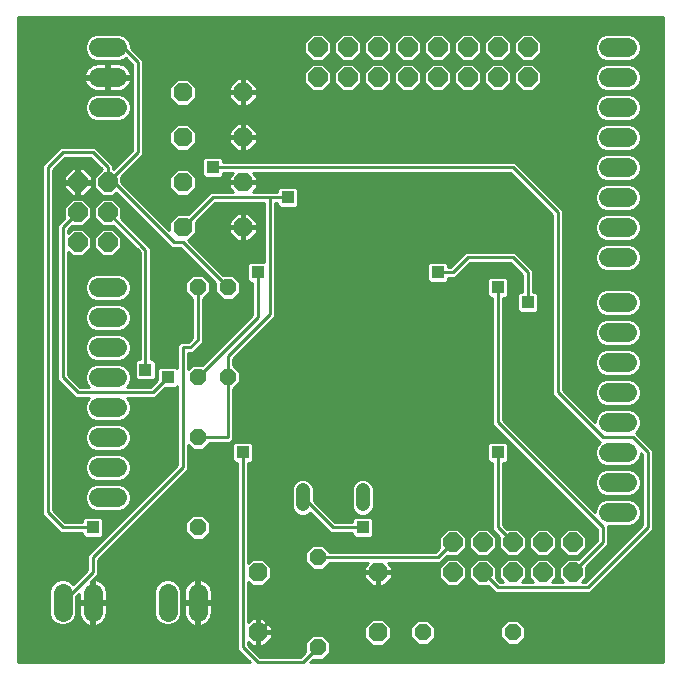
<source format=gbl>
G75*
G70*
%OFA0B0*%
%FSLAX24Y24*%
%IPPOS*%
%LPD*%
%AMOC8*
5,1,8,0,0,1.08239X$1,22.5*
%
%ADD10OC8,0.0630*%
%ADD11C,0.0480*%
%ADD12OC8,0.0560*%
%ADD13OC8,0.0640*%
%ADD14C,0.0640*%
%ADD15C,0.0100*%
%ADD16R,0.0436X0.0436*%
D10*
X008600Y001600D03*
X008600Y003600D03*
X012600Y003600D03*
X012600Y001600D03*
X008100Y015100D03*
X008100Y016600D03*
X008100Y018100D03*
X008100Y019600D03*
X006100Y019600D03*
X006100Y018100D03*
X006100Y016600D03*
X006100Y015100D03*
D11*
X010100Y006340D02*
X010100Y005860D01*
X012100Y005860D02*
X012100Y006340D01*
D12*
X010600Y004100D03*
X010600Y001100D03*
X014100Y001600D03*
X017100Y001600D03*
X007600Y010100D03*
X006600Y010100D03*
X006600Y008100D03*
X006600Y005100D03*
X006600Y013100D03*
X007600Y013100D03*
D13*
X003600Y014600D03*
X003600Y015600D03*
X002600Y015600D03*
X002600Y014600D03*
X002600Y016600D03*
X003600Y016600D03*
X010600Y020100D03*
X010600Y021100D03*
X011600Y021100D03*
X011600Y020100D03*
X012600Y020100D03*
X012600Y021100D03*
X013600Y021100D03*
X013600Y020100D03*
X014600Y020100D03*
X014600Y021100D03*
X015600Y021100D03*
X015600Y020100D03*
X016600Y020100D03*
X016600Y021100D03*
X017600Y021100D03*
X017600Y020100D03*
X017100Y004600D03*
X016100Y004600D03*
X016100Y003600D03*
X017100Y003600D03*
X018100Y003600D03*
X019100Y003600D03*
X019100Y004600D03*
X018100Y004600D03*
X015100Y004600D03*
X015100Y003600D03*
D14*
X020280Y005600D02*
X020920Y005600D01*
X020920Y006600D02*
X020280Y006600D01*
X020280Y007600D02*
X020920Y007600D01*
X020920Y008600D02*
X020280Y008600D01*
X020280Y009600D02*
X020920Y009600D01*
X020920Y010600D02*
X020280Y010600D01*
X020280Y011600D02*
X020920Y011600D01*
X020920Y012600D02*
X020280Y012600D01*
X020280Y014100D02*
X020920Y014100D01*
X020920Y015100D02*
X020280Y015100D01*
X020280Y016100D02*
X020920Y016100D01*
X020920Y017100D02*
X020280Y017100D01*
X020280Y018100D02*
X020920Y018100D01*
X020920Y019100D02*
X020280Y019100D01*
X020280Y020100D02*
X020920Y020100D01*
X020920Y021100D02*
X020280Y021100D01*
X003920Y021100D02*
X003280Y021100D01*
X003280Y020100D02*
X003920Y020100D01*
X003920Y019100D02*
X003280Y019100D01*
X003280Y013100D02*
X003920Y013100D01*
X003920Y012100D02*
X003280Y012100D01*
X003280Y011100D02*
X003920Y011100D01*
X003920Y010100D02*
X003280Y010100D01*
X003280Y009100D02*
X003920Y009100D01*
X003920Y008100D02*
X003280Y008100D01*
X003280Y007100D02*
X003920Y007100D01*
X003920Y006100D02*
X003280Y006100D01*
X003100Y002920D02*
X003100Y002280D01*
X002100Y002280D02*
X002100Y002920D01*
X005600Y002920D02*
X005600Y002280D01*
X006600Y002280D02*
X006600Y002920D01*
D15*
X000600Y000600D02*
X000600Y022100D01*
X022100Y022100D01*
X022100Y000600D01*
X010355Y000600D01*
X010445Y000690D01*
X010770Y000690D01*
X011010Y000930D01*
X011010Y001270D01*
X010770Y001510D01*
X010430Y001510D01*
X010190Y001270D01*
X010190Y000945D01*
X010025Y000780D01*
X008675Y000780D01*
X008280Y001175D01*
X008280Y001262D01*
X008407Y001135D01*
X008570Y001135D01*
X008570Y001570D01*
X008630Y001570D01*
X008630Y001630D01*
X008570Y001630D01*
X008570Y002065D01*
X008407Y002065D01*
X008280Y001938D01*
X008280Y003291D01*
X008416Y003155D01*
X008784Y003155D01*
X009045Y003416D01*
X009045Y003784D01*
X008784Y004045D01*
X008416Y004045D01*
X008280Y003909D01*
X008280Y007252D01*
X008372Y007252D01*
X008448Y007328D01*
X008448Y007872D01*
X008372Y007948D01*
X007828Y007948D01*
X007752Y007872D01*
X007752Y007328D01*
X007828Y007252D01*
X007920Y007252D01*
X007920Y001025D01*
X008345Y000600D01*
X000600Y000600D01*
X000600Y000616D02*
X008329Y000616D01*
X008231Y000715D02*
X000600Y000715D01*
X000600Y000813D02*
X008132Y000813D01*
X008034Y000912D02*
X000600Y000912D01*
X000600Y001010D02*
X007935Y001010D01*
X007920Y001109D02*
X000600Y001109D01*
X000600Y001207D02*
X007920Y001207D01*
X007920Y001306D02*
X000600Y001306D01*
X000600Y001404D02*
X007920Y001404D01*
X007920Y001503D02*
X000600Y001503D01*
X000600Y001601D02*
X007920Y001601D01*
X007920Y001700D02*
X000600Y001700D01*
X000600Y001798D02*
X007920Y001798D01*
X007920Y001897D02*
X006872Y001897D01*
X006846Y001878D02*
X006906Y001922D01*
X006958Y001974D01*
X007002Y002034D01*
X007036Y002100D01*
X007058Y002170D01*
X007070Y002243D01*
X007070Y002550D01*
X006650Y002550D01*
X006650Y002650D01*
X007070Y002650D01*
X007070Y002957D01*
X007058Y003030D01*
X007036Y003100D01*
X007002Y003166D01*
X006958Y003226D01*
X006906Y003278D01*
X006846Y003322D01*
X006780Y003356D01*
X006710Y003378D01*
X006650Y003388D01*
X006650Y002650D01*
X006550Y002650D01*
X006550Y003388D01*
X006490Y003378D01*
X006420Y003356D01*
X006354Y003322D01*
X006294Y003278D01*
X006242Y003226D01*
X006198Y003166D01*
X006164Y003100D01*
X006142Y003030D01*
X006130Y002957D01*
X006130Y002650D01*
X006550Y002650D01*
X006550Y002550D01*
X006650Y002550D01*
X006650Y001812D01*
X006710Y001822D01*
X006780Y001844D01*
X006846Y001878D01*
X006974Y001995D02*
X007920Y001995D01*
X007920Y002094D02*
X007032Y002094D01*
X007062Y002192D02*
X007920Y002192D01*
X007920Y002291D02*
X007070Y002291D01*
X007070Y002389D02*
X007920Y002389D01*
X007920Y002488D02*
X007070Y002488D01*
X007070Y002685D02*
X007920Y002685D01*
X007920Y002783D02*
X007070Y002783D01*
X007070Y002882D02*
X007920Y002882D01*
X007920Y002980D02*
X007066Y002980D01*
X007043Y003079D02*
X007920Y003079D01*
X007920Y003177D02*
X006994Y003177D01*
X006909Y003276D02*
X007920Y003276D01*
X007920Y003374D02*
X006724Y003374D01*
X006650Y003374D02*
X006550Y003374D01*
X006476Y003374D02*
X003224Y003374D01*
X003210Y003378D02*
X003280Y003356D01*
X003346Y003322D01*
X003406Y003278D01*
X003458Y003226D01*
X003502Y003166D01*
X003536Y003100D01*
X003558Y003030D01*
X003570Y002957D01*
X003570Y002650D01*
X003150Y002650D01*
X003150Y002550D01*
X003570Y002550D01*
X003570Y002243D01*
X003558Y002170D01*
X003536Y002100D01*
X003502Y002034D01*
X003458Y001974D01*
X003406Y001922D01*
X003346Y001878D01*
X003280Y001844D01*
X003210Y001822D01*
X003150Y001812D01*
X003150Y002550D01*
X003050Y002550D01*
X003050Y001812D01*
X002990Y001822D01*
X002920Y001844D01*
X002854Y001878D01*
X002794Y001922D01*
X002742Y001974D01*
X002698Y002034D01*
X002664Y002100D01*
X002642Y002170D01*
X002630Y002243D01*
X002630Y002550D01*
X003050Y002550D01*
X003050Y002650D01*
X003050Y003295D01*
X003280Y003525D01*
X003280Y004025D01*
X006280Y007025D01*
X006280Y007840D01*
X006430Y007690D01*
X006770Y007690D01*
X007000Y007920D01*
X007675Y007920D01*
X007780Y008025D01*
X007780Y009700D01*
X008010Y009930D01*
X008010Y010270D01*
X007780Y010500D01*
X007780Y010725D01*
X009075Y012020D01*
X009180Y012125D01*
X009180Y015920D01*
X009252Y015920D01*
X009252Y015828D01*
X009328Y015752D01*
X009872Y015752D01*
X009948Y015828D01*
X009948Y016372D01*
X009872Y016448D01*
X009328Y016448D01*
X009252Y016372D01*
X009252Y016280D01*
X008438Y016280D01*
X008565Y016407D01*
X008565Y016570D01*
X008130Y016570D01*
X008130Y016630D01*
X008565Y016630D01*
X008565Y016793D01*
X008438Y016920D01*
X017025Y016920D01*
X018420Y015525D01*
X018420Y009525D01*
X019920Y008025D01*
X019995Y007951D01*
X019899Y007855D01*
X019830Y007690D01*
X019830Y007510D01*
X019899Y007345D01*
X020025Y007219D01*
X020190Y007150D01*
X021010Y007150D01*
X021175Y007219D01*
X021301Y007345D01*
X021370Y007510D01*
X021370Y007575D01*
X021420Y007525D01*
X021420Y005175D01*
X019525Y003280D01*
X019416Y003280D01*
X019550Y003414D01*
X019550Y003786D01*
X019545Y003791D01*
X020280Y004525D01*
X020280Y005150D01*
X021010Y005150D01*
X021175Y005219D01*
X021301Y005345D01*
X021370Y005510D01*
X021370Y005690D01*
X021301Y005855D01*
X021175Y005981D01*
X021010Y006050D01*
X020190Y006050D01*
X020025Y005981D01*
X019899Y005855D01*
X019830Y005690D01*
X019830Y005625D01*
X016780Y008675D01*
X016780Y012752D01*
X016872Y012752D01*
X016948Y012828D01*
X016948Y013372D01*
X016872Y013448D01*
X016328Y013448D01*
X016252Y013372D01*
X016252Y012828D01*
X016328Y012752D01*
X016420Y012752D01*
X016420Y008525D01*
X019920Y005025D01*
X019920Y004675D01*
X019291Y004045D01*
X019286Y004050D01*
X018914Y004050D01*
X018650Y003786D01*
X018650Y003414D01*
X018784Y003280D01*
X018416Y003280D01*
X018550Y003414D01*
X018550Y003786D01*
X018286Y004050D01*
X017914Y004050D01*
X017650Y003786D01*
X017650Y003414D01*
X017784Y003280D01*
X017416Y003280D01*
X017550Y003414D01*
X017550Y003786D01*
X017286Y004050D01*
X016914Y004050D01*
X016650Y003786D01*
X016650Y003414D01*
X016784Y003280D01*
X016675Y003280D01*
X016545Y003409D01*
X016550Y003414D01*
X016550Y003786D01*
X016286Y004050D01*
X015914Y004050D01*
X015650Y003786D01*
X015650Y003414D01*
X015914Y003150D01*
X016286Y003150D01*
X016291Y003155D01*
X016525Y002920D01*
X019675Y002920D01*
X019780Y003025D01*
X021780Y005025D01*
X021780Y007675D01*
X021675Y007780D01*
X021205Y008249D01*
X021301Y008345D01*
X021370Y008510D01*
X021370Y008690D01*
X021301Y008855D01*
X021175Y008981D01*
X021010Y009050D01*
X020190Y009050D01*
X020025Y008981D01*
X019899Y008855D01*
X019830Y008690D01*
X019830Y008625D01*
X018780Y009675D01*
X018780Y015675D01*
X018675Y015780D01*
X017175Y017280D01*
X007448Y017280D01*
X007448Y017372D01*
X007372Y017448D01*
X006828Y017448D01*
X006752Y017372D01*
X006752Y016828D01*
X006828Y016752D01*
X007372Y016752D01*
X007448Y016828D01*
X007448Y016920D01*
X007762Y016920D01*
X007635Y016793D01*
X007635Y016630D01*
X008070Y016630D01*
X008070Y016570D01*
X007635Y016570D01*
X007635Y016407D01*
X007762Y016280D01*
X007025Y016280D01*
X006287Y015542D01*
X006284Y015545D01*
X005916Y015545D01*
X005655Y015284D01*
X005655Y015000D01*
X004050Y016605D01*
X004050Y016786D01*
X004045Y016791D01*
X004780Y017525D01*
X004780Y020675D01*
X004675Y020780D01*
X004370Y021085D01*
X004370Y021190D01*
X004301Y021355D01*
X004175Y021481D01*
X004010Y021550D01*
X003190Y021550D01*
X003025Y021481D01*
X002899Y021355D01*
X002830Y021190D01*
X002830Y021010D01*
X002899Y020845D01*
X003025Y020719D01*
X003190Y020650D01*
X004010Y020650D01*
X004175Y020719D01*
X004201Y020745D01*
X004420Y020525D01*
X004420Y017675D01*
X003791Y017045D01*
X003786Y017050D01*
X003780Y017050D01*
X003780Y017175D01*
X003675Y017280D01*
X003175Y017780D01*
X002025Y017780D01*
X001920Y017675D01*
X001420Y017175D01*
X001420Y005525D01*
X001525Y005420D01*
X002025Y004920D01*
X002752Y004920D01*
X002752Y004828D01*
X002828Y004752D01*
X003372Y004752D01*
X003448Y004828D01*
X003448Y005372D01*
X003372Y005448D01*
X002828Y005448D01*
X002752Y005372D01*
X002752Y005280D01*
X002175Y005280D01*
X001780Y005675D01*
X001780Y017025D01*
X002175Y017420D01*
X003025Y017420D01*
X003405Y017041D01*
X003150Y016786D01*
X003150Y016414D01*
X003414Y016150D01*
X003786Y016150D01*
X003891Y016255D01*
X005725Y014420D01*
X006025Y014420D01*
X007190Y013255D01*
X007190Y012930D01*
X007430Y012690D01*
X007770Y012690D01*
X008010Y012930D01*
X008010Y013270D01*
X007770Y013510D01*
X007445Y013510D01*
X006292Y014663D01*
X006545Y014916D01*
X006545Y015284D01*
X006542Y015287D01*
X007175Y015920D01*
X008820Y015920D01*
X008820Y013948D01*
X008328Y013948D01*
X008252Y013872D01*
X008252Y013328D01*
X008328Y013252D01*
X008420Y013252D01*
X008420Y012175D01*
X006755Y010510D01*
X006430Y010510D01*
X006280Y010360D01*
X006280Y010920D01*
X006425Y010920D01*
X006530Y011025D01*
X006780Y011275D01*
X006780Y012700D01*
X007010Y012930D01*
X007010Y013270D01*
X006770Y013510D01*
X006430Y013510D01*
X006190Y013270D01*
X006190Y012930D01*
X006420Y012700D01*
X006420Y011425D01*
X006275Y011280D01*
X006025Y011280D01*
X005920Y011175D01*
X005920Y010400D01*
X005872Y010448D01*
X005328Y010448D01*
X005252Y010372D01*
X005252Y010006D01*
X005025Y009780D01*
X004236Y009780D01*
X004301Y009845D01*
X004370Y010010D01*
X004370Y010190D01*
X004301Y010355D01*
X004175Y010481D01*
X004010Y010550D01*
X003190Y010550D01*
X003025Y010481D01*
X002899Y010355D01*
X002830Y010190D01*
X002830Y010010D01*
X002899Y009845D01*
X002964Y009780D01*
X002675Y009780D01*
X002280Y010175D01*
X002280Y014284D01*
X002414Y014150D01*
X002786Y014150D01*
X003050Y014414D01*
X003050Y014786D01*
X002786Y015050D01*
X002414Y015050D01*
X002280Y014916D01*
X002280Y015025D01*
X002409Y015155D01*
X002414Y015150D01*
X002786Y015150D01*
X003050Y015414D01*
X003050Y015786D01*
X002786Y016050D01*
X002414Y016050D01*
X002150Y015786D01*
X002150Y015414D01*
X002155Y015409D01*
X001920Y015175D01*
X001920Y010025D01*
X002025Y009920D01*
X002525Y009420D01*
X002964Y009420D01*
X002899Y009355D01*
X002830Y009190D01*
X002830Y009010D01*
X002899Y008845D01*
X003025Y008719D01*
X003190Y008650D01*
X004010Y008650D01*
X004175Y008719D01*
X004301Y008845D01*
X004370Y009010D01*
X004370Y009190D01*
X004301Y009355D01*
X004236Y009420D01*
X005175Y009420D01*
X005280Y009525D01*
X005506Y009752D01*
X005872Y009752D01*
X005920Y009800D01*
X005920Y007175D01*
X003025Y004280D01*
X002920Y004175D01*
X002920Y003675D01*
X002451Y003205D01*
X002355Y003301D01*
X002190Y003370D01*
X002010Y003370D01*
X001845Y003301D01*
X001719Y003175D01*
X001650Y003010D01*
X001650Y002190D01*
X001719Y002025D01*
X001845Y001899D01*
X002010Y001830D01*
X002190Y001830D01*
X002355Y001899D01*
X002481Y002025D01*
X002550Y002190D01*
X002550Y002795D01*
X002630Y002875D01*
X002630Y002650D01*
X003050Y002650D01*
X003150Y002650D01*
X003150Y003388D01*
X003210Y003378D01*
X003150Y003374D02*
X003129Y003374D01*
X003150Y003276D02*
X003050Y003276D01*
X003050Y003177D02*
X003150Y003177D01*
X003150Y003079D02*
X003050Y003079D01*
X003050Y002980D02*
X003150Y002980D01*
X003150Y002882D02*
X003050Y002882D01*
X003050Y002783D02*
X003150Y002783D01*
X003150Y002685D02*
X003050Y002685D01*
X003050Y002586D02*
X002550Y002586D01*
X002550Y002488D02*
X002630Y002488D01*
X002630Y002389D02*
X002550Y002389D01*
X002550Y002291D02*
X002630Y002291D01*
X002638Y002192D02*
X002550Y002192D01*
X002510Y002094D02*
X002668Y002094D01*
X002726Y001995D02*
X002451Y001995D01*
X002350Y001897D02*
X002828Y001897D01*
X003050Y001897D02*
X003150Y001897D01*
X003150Y001995D02*
X003050Y001995D01*
X003050Y002094D02*
X003150Y002094D01*
X003150Y002192D02*
X003050Y002192D01*
X003050Y002291D02*
X003150Y002291D01*
X003150Y002389D02*
X003050Y002389D01*
X003050Y002488D02*
X003150Y002488D01*
X003150Y002586D02*
X005150Y002586D01*
X005150Y002488D02*
X003570Y002488D01*
X003570Y002389D02*
X005150Y002389D01*
X005150Y002291D02*
X003570Y002291D01*
X003562Y002192D02*
X005150Y002192D01*
X005150Y002190D02*
X005219Y002025D01*
X005345Y001899D01*
X005510Y001830D01*
X005690Y001830D01*
X005855Y001899D01*
X005981Y002025D01*
X006050Y002190D01*
X006050Y003010D01*
X005981Y003175D01*
X005855Y003301D01*
X005690Y003370D01*
X005510Y003370D01*
X005345Y003301D01*
X005219Y003175D01*
X005150Y003010D01*
X005150Y002190D01*
X005190Y002094D02*
X003532Y002094D01*
X003474Y001995D02*
X005249Y001995D01*
X005350Y001897D02*
X003372Y001897D01*
X003570Y002685D02*
X005150Y002685D01*
X005150Y002783D02*
X003570Y002783D01*
X003570Y002882D02*
X005150Y002882D01*
X005150Y002980D02*
X003566Y002980D01*
X003543Y003079D02*
X005179Y003079D01*
X005221Y003177D02*
X003494Y003177D01*
X003409Y003276D02*
X005319Y003276D01*
X005881Y003276D02*
X006291Y003276D01*
X006206Y003177D02*
X005979Y003177D01*
X006021Y003079D02*
X006157Y003079D01*
X006134Y002980D02*
X006050Y002980D01*
X006050Y002882D02*
X006130Y002882D01*
X006130Y002783D02*
X006050Y002783D01*
X006050Y002685D02*
X006130Y002685D01*
X006050Y002586D02*
X006550Y002586D01*
X006550Y002550D02*
X006130Y002550D01*
X006130Y002243D01*
X006142Y002170D01*
X006164Y002100D01*
X006198Y002034D01*
X006242Y001974D01*
X006294Y001922D01*
X006354Y001878D01*
X006420Y001844D01*
X006490Y001822D01*
X006550Y001812D01*
X006550Y002550D01*
X006550Y002488D02*
X006650Y002488D01*
X006650Y002586D02*
X007920Y002586D01*
X008280Y002586D02*
X022100Y002586D01*
X022100Y002488D02*
X008280Y002488D01*
X008280Y002389D02*
X022100Y002389D01*
X022100Y002291D02*
X008280Y002291D01*
X008280Y002192D02*
X022100Y002192D01*
X022100Y002094D02*
X008280Y002094D01*
X008280Y001995D02*
X008337Y001995D01*
X008570Y001995D02*
X008630Y001995D01*
X008630Y002065D02*
X008630Y001630D01*
X009065Y001630D01*
X009065Y001793D01*
X008793Y002065D01*
X008630Y002065D01*
X008630Y001897D02*
X008570Y001897D01*
X008570Y001798D02*
X008630Y001798D01*
X008630Y001700D02*
X008570Y001700D01*
X008600Y001600D02*
X010600Y003600D01*
X012600Y003600D01*
X012630Y003571D02*
X014650Y003571D01*
X014650Y003473D02*
X013065Y003473D01*
X013065Y003407D02*
X013065Y003570D01*
X012630Y003570D01*
X012630Y003630D01*
X013065Y003630D01*
X013065Y003793D01*
X012938Y003920D01*
X014675Y003920D01*
X014909Y004155D01*
X014914Y004150D01*
X015286Y004150D01*
X015550Y004414D01*
X015550Y004786D01*
X015286Y005050D01*
X014914Y005050D01*
X014650Y004786D01*
X014650Y004414D01*
X014655Y004409D01*
X014525Y004280D01*
X011000Y004280D01*
X010770Y004510D01*
X010430Y004510D01*
X010190Y004270D01*
X010190Y003930D01*
X010430Y003690D01*
X010770Y003690D01*
X011000Y003920D01*
X012262Y003920D01*
X012135Y003793D01*
X012135Y003630D01*
X012570Y003630D01*
X012570Y003570D01*
X012630Y003570D01*
X012630Y003135D01*
X012793Y003135D01*
X013065Y003407D01*
X013032Y003374D02*
X014690Y003374D01*
X014650Y003414D02*
X014914Y003150D01*
X015286Y003150D01*
X015550Y003414D01*
X015550Y003786D01*
X015286Y004050D01*
X014914Y004050D01*
X014650Y003786D01*
X014650Y003414D01*
X014788Y003276D02*
X012933Y003276D01*
X012835Y003177D02*
X014887Y003177D01*
X015313Y003177D02*
X015887Y003177D01*
X015788Y003276D02*
X015412Y003276D01*
X015510Y003374D02*
X015690Y003374D01*
X015650Y003473D02*
X015550Y003473D01*
X015550Y003571D02*
X015650Y003571D01*
X015650Y003670D02*
X015550Y003670D01*
X015550Y003768D02*
X015650Y003768D01*
X015730Y003867D02*
X015470Y003867D01*
X015371Y003965D02*
X015829Y003965D01*
X015914Y004150D02*
X016286Y004150D01*
X016550Y004414D01*
X016550Y004786D01*
X016286Y005050D01*
X015914Y005050D01*
X015650Y004786D01*
X015650Y004414D01*
X015914Y004150D01*
X015902Y004162D02*
X015298Y004162D01*
X015397Y004261D02*
X015803Y004261D01*
X015705Y004359D02*
X015495Y004359D01*
X015550Y004458D02*
X015650Y004458D01*
X015650Y004556D02*
X015550Y004556D01*
X015550Y004655D02*
X015650Y004655D01*
X015650Y004753D02*
X015550Y004753D01*
X015485Y004852D02*
X015715Y004852D01*
X015814Y004950D02*
X015386Y004950D01*
X015288Y005049D02*
X015912Y005049D01*
X016288Y005049D02*
X016420Y005049D01*
X016420Y005025D02*
X016655Y004791D01*
X016650Y004786D01*
X016650Y004414D01*
X016914Y004150D01*
X017286Y004150D01*
X017550Y004414D01*
X017550Y004786D01*
X017286Y005050D01*
X016914Y005050D01*
X016909Y005045D01*
X016780Y005175D01*
X016780Y007252D01*
X016872Y007252D01*
X016948Y007328D01*
X016948Y007872D01*
X016872Y007948D01*
X016328Y007948D01*
X016252Y007872D01*
X016252Y007328D01*
X016328Y007252D01*
X016420Y007252D01*
X016420Y005025D01*
X016386Y004950D02*
X016495Y004950D01*
X016485Y004852D02*
X016594Y004852D01*
X016550Y004753D02*
X016650Y004753D01*
X016650Y004655D02*
X016550Y004655D01*
X016550Y004556D02*
X016650Y004556D01*
X016650Y004458D02*
X016550Y004458D01*
X016495Y004359D02*
X016705Y004359D01*
X016803Y004261D02*
X016397Y004261D01*
X016298Y004162D02*
X016902Y004162D01*
X016829Y003965D02*
X016371Y003965D01*
X016470Y003867D02*
X016730Y003867D01*
X016650Y003768D02*
X016550Y003768D01*
X016550Y003670D02*
X016650Y003670D01*
X016650Y003571D02*
X016550Y003571D01*
X016550Y003473D02*
X016650Y003473D01*
X016690Y003374D02*
X016581Y003374D01*
X016600Y003100D02*
X016100Y003600D01*
X016367Y003079D02*
X008280Y003079D01*
X008280Y003177D02*
X008394Y003177D01*
X008295Y003276D02*
X008280Y003276D01*
X008280Y002980D02*
X016465Y002980D01*
X016600Y003100D02*
X019600Y003100D01*
X021600Y005100D01*
X021600Y007600D01*
X021100Y008100D01*
X020100Y008100D01*
X018600Y009600D01*
X018600Y015600D01*
X017100Y017100D01*
X007100Y017100D01*
X006752Y017066D02*
X004320Y017066D01*
X004419Y017164D02*
X006752Y017164D01*
X006752Y017263D02*
X004517Y017263D01*
X004616Y017361D02*
X006752Y017361D01*
X006752Y016967D02*
X006362Y016967D01*
X006284Y017045D02*
X005916Y017045D01*
X005655Y016784D01*
X005655Y016416D01*
X005916Y016155D01*
X006284Y016155D01*
X006545Y016416D01*
X006545Y016784D01*
X006284Y017045D01*
X006461Y016869D02*
X006752Y016869D01*
X006810Y016770D02*
X006545Y016770D01*
X006545Y016672D02*
X007635Y016672D01*
X007635Y016770D02*
X007390Y016770D01*
X007448Y016869D02*
X007711Y016869D01*
X008070Y016573D02*
X006545Y016573D01*
X006545Y016475D02*
X007635Y016475D01*
X007666Y016376D02*
X006505Y016376D01*
X006407Y016278D02*
X007023Y016278D01*
X006924Y016179D02*
X006308Y016179D01*
X005892Y016179D02*
X004476Y016179D01*
X004574Y016081D02*
X006826Y016081D01*
X006727Y015982D02*
X004673Y015982D01*
X004771Y015884D02*
X006629Y015884D01*
X006530Y015785D02*
X004870Y015785D01*
X004968Y015687D02*
X006432Y015687D01*
X006333Y015588D02*
X005067Y015588D01*
X005165Y015490D02*
X005860Y015490D01*
X005762Y015391D02*
X005264Y015391D01*
X005362Y015293D02*
X005663Y015293D01*
X005655Y015194D02*
X005461Y015194D01*
X005559Y015096D02*
X005655Y015096D01*
X005345Y014800D02*
X004655Y014800D01*
X004753Y014702D02*
X005444Y014702D01*
X005542Y014603D02*
X004852Y014603D01*
X004950Y014505D02*
X005641Y014505D01*
X005800Y014600D02*
X003700Y016700D01*
X003600Y016600D01*
X003600Y017100D01*
X003100Y017600D01*
X002100Y017600D01*
X001600Y017100D01*
X001600Y005600D01*
X002100Y005100D01*
X003100Y005100D01*
X002752Y005344D02*
X002111Y005344D01*
X002012Y005443D02*
X002822Y005443D01*
X003025Y005719D02*
X002899Y005845D01*
X002830Y006010D01*
X002830Y006190D01*
X002899Y006355D01*
X003025Y006481D01*
X003190Y006550D01*
X004010Y006550D01*
X004175Y006481D01*
X004301Y006355D01*
X004370Y006190D01*
X004370Y006010D01*
X004301Y005845D01*
X004175Y005719D01*
X004010Y005650D01*
X003190Y005650D01*
X003025Y005719D01*
X003006Y005738D02*
X001780Y005738D01*
X001780Y005837D02*
X002907Y005837D01*
X002861Y005935D02*
X001780Y005935D01*
X001780Y006034D02*
X002830Y006034D01*
X002830Y006132D02*
X001780Y006132D01*
X001780Y006231D02*
X002847Y006231D01*
X002888Y006329D02*
X001780Y006329D01*
X001780Y006428D02*
X002971Y006428D01*
X003133Y006526D02*
X001780Y006526D01*
X001780Y006625D02*
X005370Y006625D01*
X005468Y006723D02*
X004179Y006723D01*
X004175Y006719D02*
X004301Y006845D01*
X004370Y007010D01*
X004370Y007190D01*
X004301Y007355D01*
X004175Y007481D01*
X004010Y007550D01*
X003190Y007550D01*
X003025Y007481D01*
X002899Y007355D01*
X002830Y007190D01*
X002830Y007010D01*
X002899Y006845D01*
X003025Y006719D01*
X003190Y006650D01*
X004010Y006650D01*
X004175Y006719D01*
X004278Y006822D02*
X005567Y006822D01*
X005665Y006920D02*
X004333Y006920D01*
X004370Y007019D02*
X005764Y007019D01*
X005862Y007117D02*
X004370Y007117D01*
X004359Y007216D02*
X005920Y007216D01*
X005920Y007314D02*
X004318Y007314D01*
X004244Y007413D02*
X005920Y007413D01*
X005920Y007511D02*
X004104Y007511D01*
X004010Y007650D02*
X004175Y007719D01*
X004301Y007845D01*
X004370Y008010D01*
X004370Y008190D01*
X004301Y008355D01*
X004175Y008481D01*
X004010Y008550D01*
X003190Y008550D01*
X003025Y008481D01*
X002899Y008355D01*
X002830Y008190D01*
X002830Y008010D01*
X002899Y007845D01*
X003025Y007719D01*
X003190Y007650D01*
X004010Y007650D01*
X004150Y007708D02*
X005920Y007708D01*
X005920Y007610D02*
X001780Y007610D01*
X001780Y007708D02*
X003050Y007708D01*
X002937Y007807D02*
X001780Y007807D01*
X001780Y007905D02*
X002874Y007905D01*
X002833Y008004D02*
X001780Y008004D01*
X001780Y008102D02*
X002830Y008102D01*
X002835Y008201D02*
X001780Y008201D01*
X001780Y008299D02*
X002875Y008299D01*
X002941Y008398D02*
X001780Y008398D01*
X001780Y008496D02*
X003060Y008496D01*
X003087Y008693D02*
X001780Y008693D01*
X001780Y008595D02*
X005920Y008595D01*
X005920Y008693D02*
X004113Y008693D01*
X004248Y008792D02*
X005920Y008792D01*
X005920Y008890D02*
X004320Y008890D01*
X004361Y008989D02*
X005920Y008989D01*
X005920Y009087D02*
X004370Y009087D01*
X004370Y009186D02*
X005920Y009186D01*
X005920Y009284D02*
X004331Y009284D01*
X004274Y009383D02*
X005920Y009383D01*
X005920Y009481D02*
X005236Y009481D01*
X005334Y009580D02*
X005920Y009580D01*
X005920Y009678D02*
X005433Y009678D01*
X005219Y009974D02*
X004355Y009974D01*
X004370Y010072D02*
X004508Y010072D01*
X004502Y010078D02*
X004578Y010002D01*
X005122Y010002D01*
X005198Y010078D01*
X005198Y010622D01*
X005122Y010698D01*
X005030Y010698D01*
X005030Y014425D01*
X004045Y015409D01*
X004050Y015414D01*
X004050Y015786D01*
X003786Y016050D01*
X003414Y016050D01*
X003150Y015786D01*
X003150Y015414D01*
X003414Y015150D01*
X003786Y015150D01*
X003791Y015155D01*
X004670Y014275D01*
X004670Y010698D01*
X004578Y010698D01*
X004502Y010622D01*
X004502Y010078D01*
X004502Y010171D02*
X004370Y010171D01*
X004337Y010269D02*
X004502Y010269D01*
X004502Y010368D02*
X004289Y010368D01*
X004190Y010466D02*
X004502Y010466D01*
X004502Y010565D02*
X002280Y010565D01*
X002280Y010663D02*
X003159Y010663D01*
X003190Y010650D02*
X003025Y010719D01*
X002899Y010845D01*
X002830Y011010D01*
X002830Y011190D01*
X002899Y011355D01*
X003025Y011481D01*
X003190Y011550D01*
X004010Y011550D01*
X004175Y011481D01*
X004301Y011355D01*
X004370Y011190D01*
X004370Y011010D01*
X004301Y010845D01*
X004175Y010719D01*
X004010Y010650D01*
X003190Y010650D01*
X002982Y010762D02*
X002280Y010762D01*
X002280Y010860D02*
X002892Y010860D01*
X002852Y010959D02*
X002280Y010959D01*
X002280Y011057D02*
X002830Y011057D01*
X002830Y011156D02*
X002280Y011156D01*
X002280Y011254D02*
X002857Y011254D01*
X002898Y011353D02*
X002280Y011353D01*
X002280Y011451D02*
X002995Y011451D01*
X003189Y011550D02*
X002280Y011550D01*
X002280Y011648D02*
X004670Y011648D01*
X004670Y011550D02*
X004011Y011550D01*
X004010Y011650D02*
X004175Y011719D01*
X004301Y011845D01*
X004670Y011845D01*
X004670Y011747D02*
X004203Y011747D01*
X004301Y011845D02*
X004370Y012010D01*
X004370Y012190D01*
X004301Y012355D01*
X004175Y012481D01*
X004010Y012550D01*
X003190Y012550D01*
X003025Y012481D01*
X002899Y012355D01*
X002830Y012190D01*
X002830Y012010D01*
X002899Y011845D01*
X002280Y011845D01*
X002280Y011747D02*
X002997Y011747D01*
X003025Y011719D02*
X003190Y011650D01*
X004010Y011650D01*
X004205Y011451D02*
X004670Y011451D01*
X004670Y011353D02*
X004302Y011353D01*
X004343Y011254D02*
X004670Y011254D01*
X004670Y011156D02*
X004370Y011156D01*
X004370Y011057D02*
X004670Y011057D01*
X004670Y010959D02*
X004348Y010959D01*
X004308Y010860D02*
X004670Y010860D01*
X004670Y010762D02*
X004218Y010762D01*
X004041Y010663D02*
X004543Y010663D01*
X004850Y010350D02*
X004850Y014350D01*
X003600Y015600D01*
X003271Y015293D02*
X002929Y015293D01*
X003027Y015391D02*
X003173Y015391D01*
X003150Y015490D02*
X003050Y015490D01*
X003050Y015588D02*
X003150Y015588D01*
X003150Y015687D02*
X003050Y015687D01*
X003050Y015785D02*
X003150Y015785D01*
X003247Y015884D02*
X002953Y015884D01*
X002854Y015982D02*
X003346Y015982D01*
X003385Y016179D02*
X002844Y016179D01*
X002795Y016130D02*
X003070Y016405D01*
X003070Y016550D01*
X002650Y016550D01*
X002650Y016650D01*
X002550Y016650D01*
X002550Y017070D01*
X002405Y017070D01*
X002130Y016795D01*
X002130Y016650D01*
X002550Y016650D01*
X002550Y016550D01*
X002130Y016550D01*
X002130Y016405D01*
X002405Y016130D01*
X002550Y016130D01*
X002550Y016550D01*
X002650Y016550D01*
X002650Y016130D01*
X002795Y016130D01*
X002650Y016179D02*
X002550Y016179D01*
X002550Y016278D02*
X002650Y016278D01*
X002650Y016376D02*
X002550Y016376D01*
X002550Y016475D02*
X002650Y016475D01*
X002650Y016573D02*
X003150Y016573D01*
X003150Y016475D02*
X003070Y016475D01*
X003041Y016376D02*
X003188Y016376D01*
X003286Y016278D02*
X002942Y016278D01*
X003070Y016650D02*
X002650Y016650D01*
X002650Y017070D01*
X002795Y017070D01*
X003070Y016795D01*
X003070Y016650D01*
X003070Y016672D02*
X003150Y016672D01*
X003150Y016770D02*
X003070Y016770D01*
X002996Y016869D02*
X003232Y016869D01*
X003331Y016967D02*
X002898Y016967D01*
X002799Y017066D02*
X003380Y017066D01*
X003281Y017164D02*
X001919Y017164D01*
X002017Y017263D02*
X003183Y017263D01*
X003084Y017361D02*
X002116Y017361D01*
X001902Y017657D02*
X000600Y017657D01*
X000600Y017755D02*
X002000Y017755D01*
X001803Y017558D02*
X000600Y017558D01*
X000600Y017460D02*
X001705Y017460D01*
X001606Y017361D02*
X000600Y017361D01*
X000600Y017263D02*
X001508Y017263D01*
X001420Y017164D02*
X000600Y017164D01*
X000600Y017066D02*
X001420Y017066D01*
X001420Y016967D02*
X000600Y016967D01*
X000600Y016869D02*
X001420Y016869D01*
X001420Y016770D02*
X000600Y016770D01*
X000600Y016672D02*
X001420Y016672D01*
X001420Y016573D02*
X000600Y016573D01*
X000600Y016475D02*
X001420Y016475D01*
X001420Y016376D02*
X000600Y016376D01*
X000600Y016278D02*
X001420Y016278D01*
X001420Y016179D02*
X000600Y016179D01*
X000600Y016081D02*
X001420Y016081D01*
X001420Y015982D02*
X000600Y015982D01*
X000600Y015884D02*
X001420Y015884D01*
X001420Y015785D02*
X000600Y015785D01*
X000600Y015687D02*
X001420Y015687D01*
X001420Y015588D02*
X000600Y015588D01*
X000600Y015490D02*
X001420Y015490D01*
X001420Y015391D02*
X000600Y015391D01*
X000600Y015293D02*
X001420Y015293D01*
X001420Y015194D02*
X000600Y015194D01*
X000600Y015096D02*
X001420Y015096D01*
X001420Y014997D02*
X000600Y014997D01*
X000600Y014899D02*
X001420Y014899D01*
X001420Y014800D02*
X000600Y014800D01*
X000600Y014702D02*
X001420Y014702D01*
X001420Y014603D02*
X000600Y014603D01*
X000600Y014505D02*
X001420Y014505D01*
X001420Y014406D02*
X000600Y014406D01*
X000600Y014308D02*
X001420Y014308D01*
X001420Y014209D02*
X000600Y014209D01*
X000600Y014111D02*
X001420Y014111D01*
X001420Y014012D02*
X000600Y014012D01*
X000600Y013914D02*
X001420Y013914D01*
X001420Y013815D02*
X000600Y013815D01*
X000600Y013717D02*
X001420Y013717D01*
X001420Y013618D02*
X000600Y013618D01*
X000600Y013520D02*
X001420Y013520D01*
X001420Y013421D02*
X000600Y013421D01*
X000600Y013323D02*
X001420Y013323D01*
X001420Y013224D02*
X000600Y013224D01*
X000600Y013126D02*
X001420Y013126D01*
X001420Y013027D02*
X000600Y013027D01*
X000600Y012929D02*
X001420Y012929D01*
X001420Y012830D02*
X000600Y012830D01*
X000600Y012732D02*
X001420Y012732D01*
X001420Y012633D02*
X000600Y012633D01*
X000600Y012535D02*
X001420Y012535D01*
X001420Y012436D02*
X000600Y012436D01*
X000600Y012338D02*
X001420Y012338D01*
X001420Y012239D02*
X000600Y012239D01*
X000600Y012141D02*
X001420Y012141D01*
X001420Y012042D02*
X000600Y012042D01*
X000600Y011944D02*
X001420Y011944D01*
X001420Y011845D02*
X000600Y011845D01*
X000600Y011747D02*
X001420Y011747D01*
X001420Y011648D02*
X000600Y011648D01*
X000600Y011550D02*
X001420Y011550D01*
X001420Y011451D02*
X000600Y011451D01*
X000600Y011353D02*
X001420Y011353D01*
X001420Y011254D02*
X000600Y011254D01*
X000600Y011156D02*
X001420Y011156D01*
X001420Y011057D02*
X000600Y011057D01*
X000600Y010959D02*
X001420Y010959D01*
X001420Y010860D02*
X000600Y010860D01*
X000600Y010762D02*
X001420Y010762D01*
X001420Y010663D02*
X000600Y010663D01*
X000600Y010565D02*
X001420Y010565D01*
X001420Y010466D02*
X000600Y010466D01*
X000600Y010368D02*
X001420Y010368D01*
X001420Y010269D02*
X000600Y010269D01*
X000600Y010171D02*
X001420Y010171D01*
X001420Y010072D02*
X000600Y010072D01*
X000600Y009974D02*
X001420Y009974D01*
X001420Y009875D02*
X000600Y009875D01*
X000600Y009777D02*
X001420Y009777D01*
X001420Y009678D02*
X000600Y009678D01*
X000600Y009580D02*
X001420Y009580D01*
X001420Y009481D02*
X000600Y009481D01*
X000600Y009383D02*
X001420Y009383D01*
X001420Y009284D02*
X000600Y009284D01*
X000600Y009186D02*
X001420Y009186D01*
X001420Y009087D02*
X000600Y009087D01*
X000600Y008989D02*
X001420Y008989D01*
X001420Y008890D02*
X000600Y008890D01*
X000600Y008792D02*
X001420Y008792D01*
X001420Y008693D02*
X000600Y008693D01*
X000600Y008595D02*
X001420Y008595D01*
X001420Y008496D02*
X000600Y008496D01*
X000600Y008398D02*
X001420Y008398D01*
X001420Y008299D02*
X000600Y008299D01*
X000600Y008201D02*
X001420Y008201D01*
X001420Y008102D02*
X000600Y008102D01*
X000600Y008004D02*
X001420Y008004D01*
X001420Y007905D02*
X000600Y007905D01*
X000600Y007807D02*
X001420Y007807D01*
X001420Y007708D02*
X000600Y007708D01*
X000600Y007610D02*
X001420Y007610D01*
X001420Y007511D02*
X000600Y007511D01*
X000600Y007413D02*
X001420Y007413D01*
X001420Y007314D02*
X000600Y007314D01*
X000600Y007216D02*
X001420Y007216D01*
X001420Y007117D02*
X000600Y007117D01*
X000600Y007019D02*
X001420Y007019D01*
X001420Y006920D02*
X000600Y006920D01*
X000600Y006822D02*
X001420Y006822D01*
X001420Y006723D02*
X000600Y006723D01*
X000600Y006625D02*
X001420Y006625D01*
X001420Y006526D02*
X000600Y006526D01*
X000600Y006428D02*
X001420Y006428D01*
X001420Y006329D02*
X000600Y006329D01*
X000600Y006231D02*
X001420Y006231D01*
X001420Y006132D02*
X000600Y006132D01*
X000600Y006034D02*
X001420Y006034D01*
X001420Y005935D02*
X000600Y005935D01*
X000600Y005837D02*
X001420Y005837D01*
X001420Y005738D02*
X000600Y005738D01*
X000600Y005640D02*
X001420Y005640D01*
X001420Y005541D02*
X000600Y005541D01*
X000600Y005443D02*
X001503Y005443D01*
X001601Y005344D02*
X000600Y005344D01*
X000600Y005246D02*
X001700Y005246D01*
X001798Y005147D02*
X000600Y005147D01*
X000600Y005049D02*
X001897Y005049D01*
X001995Y004950D02*
X000600Y004950D01*
X000600Y004852D02*
X002752Y004852D01*
X002827Y004753D02*
X000600Y004753D01*
X000600Y004655D02*
X003400Y004655D01*
X003373Y004753D02*
X003498Y004753D01*
X003448Y004852D02*
X003597Y004852D01*
X003695Y004950D02*
X003448Y004950D01*
X003448Y005049D02*
X003794Y005049D01*
X003892Y005147D02*
X003448Y005147D01*
X003448Y005246D02*
X003991Y005246D01*
X004089Y005344D02*
X003448Y005344D01*
X003378Y005443D02*
X004188Y005443D01*
X004286Y005541D02*
X001914Y005541D01*
X001815Y005640D02*
X004385Y005640D01*
X004483Y005738D02*
X004194Y005738D01*
X004293Y005837D02*
X004582Y005837D01*
X004680Y005935D02*
X004339Y005935D01*
X004370Y006034D02*
X004779Y006034D01*
X004877Y006132D02*
X004370Y006132D01*
X004353Y006231D02*
X004976Y006231D01*
X005074Y006329D02*
X004312Y006329D01*
X004229Y006428D02*
X005173Y006428D01*
X005271Y006526D02*
X004067Y006526D01*
X004894Y005640D02*
X007920Y005640D01*
X007920Y005738D02*
X004993Y005738D01*
X005091Y005837D02*
X007920Y005837D01*
X007920Y005935D02*
X005190Y005935D01*
X005288Y006034D02*
X007920Y006034D01*
X007920Y006132D02*
X005387Y006132D01*
X005485Y006231D02*
X007920Y006231D01*
X007920Y006329D02*
X005584Y006329D01*
X005682Y006428D02*
X007920Y006428D01*
X007920Y006526D02*
X005781Y006526D01*
X005879Y006625D02*
X007920Y006625D01*
X007920Y006723D02*
X005978Y006723D01*
X006076Y006822D02*
X007920Y006822D01*
X007920Y006920D02*
X006175Y006920D01*
X006273Y007019D02*
X007920Y007019D01*
X007920Y007117D02*
X006280Y007117D01*
X006280Y007216D02*
X007920Y007216D01*
X007766Y007314D02*
X006280Y007314D01*
X006280Y007413D02*
X007752Y007413D01*
X007752Y007511D02*
X006280Y007511D01*
X006280Y007610D02*
X007752Y007610D01*
X007752Y007708D02*
X006788Y007708D01*
X006886Y007807D02*
X007752Y007807D01*
X007785Y007905D02*
X006985Y007905D01*
X006600Y008100D02*
X007600Y008100D01*
X007600Y010100D01*
X007600Y010800D01*
X009000Y012200D01*
X009000Y016100D01*
X007100Y016100D01*
X006100Y015100D01*
X006545Y015096D02*
X008070Y015096D01*
X008070Y015070D02*
X007635Y015070D01*
X007635Y014907D01*
X007907Y014635D01*
X008070Y014635D01*
X008070Y015070D01*
X008130Y015070D01*
X008130Y015130D01*
X008565Y015130D01*
X008565Y015293D01*
X008293Y015565D01*
X008130Y015565D01*
X008130Y015130D01*
X008070Y015130D01*
X008070Y015565D01*
X007907Y015565D01*
X007635Y015293D01*
X007635Y015130D01*
X008070Y015130D01*
X008070Y015070D01*
X008130Y015070D02*
X008130Y014635D01*
X008293Y014635D01*
X008565Y014907D01*
X008565Y015070D01*
X008130Y015070D01*
X008130Y015096D02*
X008820Y015096D01*
X008820Y015194D02*
X008565Y015194D01*
X008565Y015293D02*
X008820Y015293D01*
X008820Y015391D02*
X008467Y015391D01*
X008368Y015490D02*
X008820Y015490D01*
X008820Y015588D02*
X006843Y015588D01*
X006941Y015687D02*
X008820Y015687D01*
X008820Y015785D02*
X007040Y015785D01*
X007138Y015884D02*
X008820Y015884D01*
X009000Y016100D02*
X009600Y016100D01*
X009295Y015785D02*
X009180Y015785D01*
X009180Y015687D02*
X018259Y015687D01*
X018160Y015785D02*
X009905Y015785D01*
X009948Y015884D02*
X018062Y015884D01*
X017963Y015982D02*
X009948Y015982D01*
X009948Y016081D02*
X017865Y016081D01*
X017766Y016179D02*
X009948Y016179D01*
X009948Y016278D02*
X017668Y016278D01*
X017569Y016376D02*
X009944Y016376D01*
X009256Y016376D02*
X008534Y016376D01*
X008565Y016475D02*
X017471Y016475D01*
X017372Y016573D02*
X008130Y016573D01*
X008565Y016672D02*
X017274Y016672D01*
X017175Y016770D02*
X008565Y016770D01*
X008489Y016869D02*
X017077Y016869D01*
X017291Y017164D02*
X019830Y017164D01*
X019830Y017190D02*
X019830Y017010D01*
X019899Y016845D01*
X020025Y016719D01*
X020190Y016650D01*
X021010Y016650D01*
X021175Y016719D01*
X021301Y016845D01*
X021370Y017010D01*
X021370Y017190D01*
X021301Y017355D01*
X021175Y017481D01*
X021010Y017550D01*
X020190Y017550D01*
X020025Y017481D01*
X019899Y017355D01*
X019830Y017190D01*
X019860Y017263D02*
X017192Y017263D01*
X017389Y017066D02*
X019830Y017066D01*
X019848Y016967D02*
X017488Y016967D01*
X017586Y016869D02*
X019889Y016869D01*
X019974Y016770D02*
X017685Y016770D01*
X017783Y016672D02*
X020138Y016672D01*
X020190Y016550D02*
X020025Y016481D01*
X019899Y016355D01*
X019830Y016190D01*
X019830Y016010D01*
X019899Y015845D01*
X020025Y015719D01*
X020190Y015650D01*
X021010Y015650D01*
X021175Y015719D01*
X021301Y015845D01*
X021370Y016010D01*
X021370Y016190D01*
X021301Y016355D01*
X021175Y016481D01*
X021010Y016550D01*
X020190Y016550D01*
X020018Y016475D02*
X017980Y016475D01*
X017882Y016573D02*
X022100Y016573D01*
X022100Y016475D02*
X021182Y016475D01*
X021280Y016376D02*
X022100Y016376D01*
X022100Y016278D02*
X021334Y016278D01*
X021370Y016179D02*
X022100Y016179D01*
X022100Y016081D02*
X021370Y016081D01*
X021358Y015982D02*
X022100Y015982D01*
X022100Y015884D02*
X021317Y015884D01*
X021241Y015785D02*
X022100Y015785D01*
X022100Y015687D02*
X021098Y015687D01*
X021010Y015550D02*
X020190Y015550D01*
X020025Y015481D01*
X019899Y015355D01*
X019830Y015190D01*
X019830Y015010D01*
X019899Y014845D01*
X020025Y014719D01*
X020190Y014650D01*
X021010Y014650D01*
X021175Y014719D01*
X021301Y014845D01*
X021370Y015010D01*
X021370Y015190D01*
X021301Y015355D01*
X021175Y015481D01*
X021010Y015550D01*
X021155Y015490D02*
X022100Y015490D01*
X022100Y015588D02*
X018780Y015588D01*
X018780Y015490D02*
X020045Y015490D01*
X019935Y015391D02*
X018780Y015391D01*
X018780Y015293D02*
X019873Y015293D01*
X019832Y015194D02*
X018780Y015194D01*
X018780Y015096D02*
X019830Y015096D01*
X019836Y014997D02*
X018780Y014997D01*
X018780Y014899D02*
X019876Y014899D01*
X019944Y014800D02*
X018780Y014800D01*
X018780Y014702D02*
X020066Y014702D01*
X020190Y014550D02*
X020025Y014481D01*
X019899Y014355D01*
X019830Y014190D01*
X019830Y014010D01*
X019899Y013845D01*
X020025Y013719D01*
X020190Y013650D01*
X021010Y013650D01*
X021175Y013719D01*
X021301Y013845D01*
X021370Y014010D01*
X021370Y014190D01*
X021301Y014355D01*
X021175Y014481D01*
X021010Y014550D01*
X020190Y014550D01*
X020081Y014505D02*
X018780Y014505D01*
X018780Y014603D02*
X022100Y014603D01*
X022100Y014505D02*
X021119Y014505D01*
X021250Y014406D02*
X022100Y014406D01*
X022100Y014308D02*
X021321Y014308D01*
X021362Y014209D02*
X022100Y014209D01*
X022100Y014111D02*
X021370Y014111D01*
X021370Y014012D02*
X022100Y014012D01*
X022100Y013914D02*
X021330Y013914D01*
X021271Y013815D02*
X022100Y013815D01*
X022100Y013717D02*
X021170Y013717D01*
X021010Y013050D02*
X021175Y012981D01*
X021301Y012855D01*
X021370Y012690D01*
X021370Y012510D01*
X021301Y012345D01*
X021175Y012219D01*
X021010Y012150D01*
X020190Y012150D01*
X020025Y012219D01*
X019899Y012345D01*
X019830Y012510D01*
X019830Y012690D01*
X019899Y012855D01*
X020025Y012981D01*
X020190Y013050D01*
X021010Y013050D01*
X021065Y013027D02*
X022100Y013027D01*
X022100Y012929D02*
X021228Y012929D01*
X021312Y012830D02*
X022100Y012830D01*
X022100Y012732D02*
X021353Y012732D01*
X021370Y012633D02*
X022100Y012633D01*
X022100Y012535D02*
X021370Y012535D01*
X021339Y012436D02*
X022100Y012436D01*
X022100Y012338D02*
X021294Y012338D01*
X021195Y012239D02*
X022100Y012239D01*
X022100Y012141D02*
X018780Y012141D01*
X018780Y012239D02*
X020005Y012239D01*
X019906Y012338D02*
X018780Y012338D01*
X018780Y012436D02*
X019861Y012436D01*
X019830Y012535D02*
X018780Y012535D01*
X018780Y012633D02*
X019830Y012633D01*
X019847Y012732D02*
X018780Y012732D01*
X018780Y012830D02*
X019888Y012830D01*
X019972Y012929D02*
X018780Y012929D01*
X018780Y013027D02*
X020135Y013027D01*
X020030Y013717D02*
X018780Y013717D01*
X018780Y013815D02*
X019929Y013815D01*
X019870Y013914D02*
X018780Y013914D01*
X018780Y014012D02*
X019830Y014012D01*
X019830Y014111D02*
X018780Y014111D01*
X018780Y014209D02*
X019838Y014209D01*
X019879Y014308D02*
X018780Y014308D01*
X018780Y014406D02*
X019950Y014406D01*
X021134Y014702D02*
X022100Y014702D01*
X022100Y014800D02*
X021256Y014800D01*
X021324Y014899D02*
X022100Y014899D01*
X022100Y014997D02*
X021364Y014997D01*
X021370Y015096D02*
X022100Y015096D01*
X022100Y015194D02*
X021368Y015194D01*
X021327Y015293D02*
X022100Y015293D01*
X022100Y015391D02*
X021265Y015391D01*
X020102Y015687D02*
X018768Y015687D01*
X018670Y015785D02*
X019959Y015785D01*
X019883Y015884D02*
X018571Y015884D01*
X018473Y015982D02*
X019842Y015982D01*
X019830Y016081D02*
X018374Y016081D01*
X018276Y016179D02*
X019830Y016179D01*
X019866Y016278D02*
X018177Y016278D01*
X018079Y016376D02*
X019920Y016376D01*
X019905Y017361D02*
X007448Y017361D01*
X007787Y017755D02*
X006384Y017755D01*
X006286Y017657D02*
X007886Y017657D01*
X007907Y017635D02*
X007635Y017907D01*
X007635Y018070D01*
X008070Y018070D01*
X008130Y018070D01*
X008130Y018130D01*
X008565Y018130D01*
X008565Y018293D01*
X008293Y018565D01*
X008130Y018565D01*
X008130Y018130D01*
X008070Y018130D01*
X008070Y018565D01*
X007907Y018565D01*
X007635Y018293D01*
X007635Y018130D01*
X008070Y018130D01*
X008070Y018070D01*
X008070Y017635D01*
X007907Y017635D01*
X008070Y017657D02*
X008130Y017657D01*
X008130Y017635D02*
X008293Y017635D01*
X008565Y017907D01*
X008565Y018070D01*
X008130Y018070D01*
X008130Y017635D01*
X008130Y017755D02*
X008070Y017755D01*
X008070Y017854D02*
X008130Y017854D01*
X008130Y017952D02*
X008070Y017952D01*
X008070Y018051D02*
X008130Y018051D01*
X008130Y018149D02*
X008070Y018149D01*
X008070Y018248D02*
X008130Y018248D01*
X008130Y018346D02*
X008070Y018346D01*
X008070Y018445D02*
X008130Y018445D01*
X008130Y018543D02*
X008070Y018543D01*
X007885Y018543D02*
X006286Y018543D01*
X006284Y018545D02*
X005916Y018545D01*
X005655Y018284D01*
X005655Y017916D01*
X005916Y017655D01*
X006284Y017655D01*
X006545Y017916D01*
X006545Y018284D01*
X006284Y018545D01*
X006385Y018445D02*
X007787Y018445D01*
X007688Y018346D02*
X006483Y018346D01*
X006545Y018248D02*
X007635Y018248D01*
X007635Y018149D02*
X006545Y018149D01*
X006545Y018051D02*
X007635Y018051D01*
X007635Y017952D02*
X006545Y017952D01*
X006483Y017854D02*
X007689Y017854D01*
X008314Y017657D02*
X020175Y017657D01*
X020190Y017650D02*
X020025Y017719D01*
X019899Y017845D01*
X019830Y018010D01*
X019830Y018190D01*
X019899Y018355D01*
X020025Y018481D01*
X020190Y018550D01*
X021010Y018550D01*
X021175Y018481D01*
X021301Y018355D01*
X021370Y018190D01*
X021370Y018010D01*
X021301Y017845D01*
X021175Y017719D01*
X021010Y017650D01*
X020190Y017650D01*
X019989Y017755D02*
X008413Y017755D01*
X008511Y017854D02*
X019895Y017854D01*
X019854Y017952D02*
X008565Y017952D01*
X008565Y018051D02*
X019830Y018051D01*
X019830Y018149D02*
X008565Y018149D01*
X008565Y018248D02*
X019854Y018248D01*
X019895Y018346D02*
X008512Y018346D01*
X008413Y018445D02*
X019988Y018445D01*
X020174Y018543D02*
X008315Y018543D01*
X008293Y019135D02*
X008565Y019407D01*
X008565Y019570D01*
X008130Y019570D01*
X008130Y019630D01*
X008565Y019630D01*
X008565Y019793D01*
X008293Y020065D01*
X008130Y020065D01*
X008130Y019630D01*
X008070Y019630D01*
X008070Y020065D01*
X007907Y020065D01*
X007635Y019793D01*
X007635Y019630D01*
X008070Y019630D01*
X008070Y019570D01*
X008130Y019570D01*
X008130Y019135D01*
X008293Y019135D01*
X008390Y019233D02*
X019848Y019233D01*
X019830Y019190D02*
X019830Y019010D01*
X019899Y018845D01*
X020025Y018719D01*
X020190Y018650D01*
X021010Y018650D01*
X021175Y018719D01*
X021301Y018845D01*
X021370Y019010D01*
X021370Y019190D01*
X021301Y019355D01*
X021175Y019481D01*
X021010Y019550D01*
X020190Y019550D01*
X020025Y019481D01*
X019899Y019355D01*
X019830Y019190D01*
X019830Y019134D02*
X004780Y019134D01*
X004780Y019036D02*
X019830Y019036D01*
X019860Y018937D02*
X004780Y018937D01*
X004780Y018839D02*
X019905Y018839D01*
X020004Y018740D02*
X004780Y018740D01*
X004780Y018642D02*
X022100Y018642D01*
X022100Y018740D02*
X021196Y018740D01*
X021295Y018839D02*
X022100Y018839D01*
X022100Y018937D02*
X021340Y018937D01*
X021370Y019036D02*
X022100Y019036D01*
X022100Y019134D02*
X021370Y019134D01*
X021352Y019233D02*
X022100Y019233D01*
X022100Y019331D02*
X021311Y019331D01*
X021227Y019430D02*
X022100Y019430D01*
X022100Y019528D02*
X021062Y019528D01*
X021010Y019650D02*
X021175Y019719D01*
X021301Y019845D01*
X021370Y020010D01*
X021370Y020190D01*
X021301Y020355D01*
X021175Y020481D01*
X021010Y020550D01*
X020190Y020550D01*
X020025Y020481D01*
X019899Y020355D01*
X019830Y020190D01*
X019830Y020010D01*
X019899Y019845D01*
X020025Y019719D01*
X020190Y019650D01*
X021010Y019650D01*
X021181Y019725D02*
X022100Y019725D01*
X022100Y019627D02*
X008130Y019627D01*
X008070Y019627D02*
X006545Y019627D01*
X006545Y019725D02*
X007635Y019725D01*
X007666Y019824D02*
X006506Y019824D01*
X006545Y019784D02*
X006284Y020045D01*
X005916Y020045D01*
X005655Y019784D01*
X005655Y019416D01*
X005916Y019155D01*
X006284Y019155D01*
X006545Y019416D01*
X006545Y019784D01*
X006407Y019922D02*
X007764Y019922D01*
X007863Y020021D02*
X006309Y020021D01*
X005891Y020021D02*
X004780Y020021D01*
X004780Y020119D02*
X010150Y020119D01*
X010150Y020021D02*
X008337Y020021D01*
X008436Y019922D02*
X010150Y019922D01*
X010150Y019914D02*
X010414Y019650D01*
X010786Y019650D01*
X011050Y019914D01*
X011050Y020286D01*
X010786Y020550D01*
X010414Y020550D01*
X010150Y020286D01*
X010150Y019914D01*
X010240Y019824D02*
X008534Y019824D01*
X008565Y019725D02*
X010339Y019725D01*
X010861Y019725D02*
X011339Y019725D01*
X011414Y019650D02*
X011786Y019650D01*
X012050Y019914D01*
X012050Y020286D01*
X011786Y020550D01*
X011414Y020550D01*
X011150Y020286D01*
X011150Y019914D01*
X011414Y019650D01*
X011240Y019824D02*
X010960Y019824D01*
X011050Y019922D02*
X011150Y019922D01*
X011150Y020021D02*
X011050Y020021D01*
X011050Y020119D02*
X011150Y020119D01*
X011150Y020218D02*
X011050Y020218D01*
X011020Y020316D02*
X011180Y020316D01*
X011278Y020415D02*
X010922Y020415D01*
X010823Y020513D02*
X011377Y020513D01*
X011414Y020650D02*
X011786Y020650D01*
X012050Y020914D01*
X012050Y021286D01*
X011786Y021550D01*
X011414Y021550D01*
X011150Y021286D01*
X011150Y020914D01*
X011414Y020650D01*
X011354Y020710D02*
X010846Y020710D01*
X010786Y020650D02*
X011050Y020914D01*
X011050Y021286D01*
X010786Y021550D01*
X010414Y021550D01*
X010150Y021286D01*
X010150Y020914D01*
X010414Y020650D01*
X010786Y020650D01*
X010945Y020809D02*
X011255Y020809D01*
X011157Y020907D02*
X011043Y020907D01*
X011050Y021006D02*
X011150Y021006D01*
X011150Y021104D02*
X011050Y021104D01*
X011050Y021203D02*
X011150Y021203D01*
X011165Y021301D02*
X011035Y021301D01*
X010937Y021400D02*
X011263Y021400D01*
X011362Y021498D02*
X010838Y021498D01*
X010362Y021498D02*
X004135Y021498D01*
X004257Y021400D02*
X010263Y021400D01*
X010165Y021301D02*
X004324Y021301D01*
X004365Y021203D02*
X010150Y021203D01*
X010150Y021104D02*
X004370Y021104D01*
X004449Y021006D02*
X010150Y021006D01*
X010157Y020907D02*
X004547Y020907D01*
X004646Y020809D02*
X010255Y020809D01*
X010354Y020710D02*
X004744Y020710D01*
X004780Y020612D02*
X022100Y020612D01*
X022100Y020710D02*
X021155Y020710D01*
X021175Y020719D02*
X021301Y020845D01*
X021370Y021010D01*
X021370Y021190D01*
X021301Y021355D01*
X021175Y021481D01*
X021010Y021550D01*
X020190Y021550D01*
X020025Y021481D01*
X019899Y021355D01*
X019830Y021190D01*
X019830Y021010D01*
X019899Y020845D01*
X020025Y020719D01*
X020190Y020650D01*
X021010Y020650D01*
X021175Y020719D01*
X021265Y020809D02*
X022100Y020809D01*
X022100Y020907D02*
X021327Y020907D01*
X021368Y021006D02*
X022100Y021006D01*
X022100Y021104D02*
X021370Y021104D01*
X021365Y021203D02*
X022100Y021203D01*
X022100Y021301D02*
X021324Y021301D01*
X021257Y021400D02*
X022100Y021400D01*
X022100Y021498D02*
X021135Y021498D01*
X022100Y021597D02*
X000600Y021597D01*
X000600Y021695D02*
X022100Y021695D01*
X022100Y021794D02*
X000600Y021794D01*
X000600Y021892D02*
X022100Y021892D01*
X022100Y021991D02*
X000600Y021991D01*
X000600Y022089D02*
X022100Y022089D01*
X022100Y020513D02*
X021099Y020513D01*
X021242Y020415D02*
X022100Y020415D01*
X022100Y020316D02*
X021318Y020316D01*
X021358Y020218D02*
X022100Y020218D01*
X022100Y020119D02*
X021370Y020119D01*
X021370Y020021D02*
X022100Y020021D01*
X022100Y019922D02*
X021333Y019922D01*
X021280Y019824D02*
X022100Y019824D01*
X022100Y018543D02*
X021026Y018543D01*
X021212Y018445D02*
X022100Y018445D01*
X022100Y018346D02*
X021305Y018346D01*
X021346Y018248D02*
X022100Y018248D01*
X022100Y018149D02*
X021370Y018149D01*
X021370Y018051D02*
X022100Y018051D01*
X022100Y017952D02*
X021346Y017952D01*
X021305Y017854D02*
X022100Y017854D01*
X022100Y017755D02*
X021211Y017755D01*
X021025Y017657D02*
X022100Y017657D01*
X022100Y017558D02*
X004780Y017558D01*
X004780Y017657D02*
X005914Y017657D01*
X005816Y017755D02*
X004780Y017755D01*
X004780Y017854D02*
X005717Y017854D01*
X005655Y017952D02*
X004780Y017952D01*
X004780Y018051D02*
X005655Y018051D01*
X005655Y018149D02*
X004780Y018149D01*
X004780Y018248D02*
X005655Y018248D01*
X005717Y018346D02*
X004780Y018346D01*
X004780Y018445D02*
X005815Y018445D01*
X005914Y018543D02*
X004780Y018543D01*
X004420Y018543D02*
X000600Y018543D01*
X000600Y018445D02*
X004420Y018445D01*
X004420Y018346D02*
X000600Y018346D01*
X000600Y018248D02*
X004420Y018248D01*
X004420Y018149D02*
X000600Y018149D01*
X000600Y018051D02*
X004420Y018051D01*
X004420Y017952D02*
X000600Y017952D01*
X000600Y017854D02*
X004420Y017854D01*
X004420Y017755D02*
X003200Y017755D01*
X003298Y017657D02*
X004402Y017657D01*
X004303Y017558D02*
X003397Y017558D01*
X003495Y017460D02*
X004205Y017460D01*
X004106Y017361D02*
X003594Y017361D01*
X003692Y017263D02*
X004008Y017263D01*
X003909Y017164D02*
X003780Y017164D01*
X003780Y017066D02*
X003811Y017066D01*
X004123Y016869D02*
X005739Y016869D01*
X005655Y016770D02*
X004050Y016770D01*
X004050Y016672D02*
X005655Y016672D01*
X005655Y016573D02*
X004082Y016573D01*
X004180Y016475D02*
X005655Y016475D01*
X005695Y016376D02*
X004279Y016376D01*
X004377Y016278D02*
X005793Y016278D01*
X005838Y016967D02*
X004222Y016967D01*
X003700Y016700D02*
X004600Y017600D01*
X004600Y020600D01*
X004100Y021100D01*
X003600Y021100D01*
X003550Y020570D02*
X003243Y020570D01*
X003170Y020558D01*
X003100Y020536D01*
X003034Y020502D01*
X002974Y020458D01*
X002922Y020406D01*
X002878Y020346D01*
X002844Y020280D01*
X002822Y020210D01*
X002812Y020150D01*
X003550Y020150D01*
X003550Y020570D01*
X003550Y020513D02*
X003650Y020513D01*
X003650Y020570D02*
X003650Y020150D01*
X003550Y020150D01*
X003550Y020050D01*
X003650Y020050D01*
X003650Y020150D01*
X004388Y020150D01*
X004378Y020210D01*
X004356Y020280D01*
X004322Y020346D01*
X004278Y020406D01*
X004226Y020458D01*
X004166Y020502D01*
X004100Y020536D01*
X004030Y020558D01*
X003957Y020570D01*
X003650Y020570D01*
X003650Y020415D02*
X003550Y020415D01*
X003550Y020316D02*
X003650Y020316D01*
X003650Y020218D02*
X003550Y020218D01*
X003550Y020119D02*
X000600Y020119D01*
X000600Y020021D02*
X002817Y020021D01*
X002812Y020050D02*
X002822Y019990D01*
X002844Y019920D01*
X002878Y019854D01*
X002922Y019794D01*
X002974Y019742D01*
X003034Y019698D01*
X003100Y019664D01*
X003170Y019642D01*
X003243Y019630D01*
X003550Y019630D01*
X003550Y020050D01*
X002812Y020050D01*
X002844Y019922D02*
X000600Y019922D01*
X000600Y019824D02*
X002900Y019824D01*
X002996Y019725D02*
X000600Y019725D01*
X000600Y019627D02*
X004420Y019627D01*
X004420Y019725D02*
X004204Y019725D01*
X004226Y019742D02*
X004278Y019794D01*
X004322Y019854D01*
X004356Y019920D01*
X004378Y019990D01*
X004388Y020050D01*
X003650Y020050D01*
X003650Y019630D01*
X003957Y019630D01*
X004030Y019642D01*
X004100Y019664D01*
X004166Y019698D01*
X004226Y019742D01*
X004300Y019824D02*
X004420Y019824D01*
X004420Y019922D02*
X004356Y019922D01*
X004383Y020021D02*
X004420Y020021D01*
X004420Y020119D02*
X003650Y020119D01*
X003650Y020021D02*
X003550Y020021D01*
X003550Y019922D02*
X003650Y019922D01*
X003650Y019824D02*
X003550Y019824D01*
X003550Y019725D02*
X003650Y019725D01*
X004010Y019550D02*
X003190Y019550D01*
X003025Y019481D01*
X002899Y019355D01*
X002830Y019190D01*
X002830Y019010D01*
X002899Y018845D01*
X003025Y018719D01*
X003190Y018650D01*
X004010Y018650D01*
X004175Y018719D01*
X004301Y018845D01*
X004370Y019010D01*
X004370Y019190D01*
X004301Y019355D01*
X004175Y019481D01*
X004010Y019550D01*
X004062Y019528D02*
X004420Y019528D01*
X004420Y019430D02*
X004227Y019430D01*
X004311Y019331D02*
X004420Y019331D01*
X004420Y019233D02*
X004352Y019233D01*
X004370Y019134D02*
X004420Y019134D01*
X004420Y019036D02*
X004370Y019036D01*
X004340Y018937D02*
X004420Y018937D01*
X004420Y018839D02*
X004295Y018839D01*
X004196Y018740D02*
X004420Y018740D01*
X004420Y018642D02*
X000600Y018642D01*
X000600Y018740D02*
X003004Y018740D01*
X002905Y018839D02*
X000600Y018839D01*
X000600Y018937D02*
X002860Y018937D01*
X002830Y019036D02*
X000600Y019036D01*
X000600Y019134D02*
X002830Y019134D01*
X002848Y019233D02*
X000600Y019233D01*
X000600Y019331D02*
X002889Y019331D01*
X002973Y019430D02*
X000600Y019430D01*
X000600Y019528D02*
X003138Y019528D01*
X002824Y020218D02*
X000600Y020218D01*
X000600Y020316D02*
X002863Y020316D01*
X002930Y020415D02*
X000600Y020415D01*
X000600Y020513D02*
X003055Y020513D01*
X003045Y020710D02*
X000600Y020710D01*
X000600Y020612D02*
X004334Y020612D01*
X004420Y020513D02*
X004145Y020513D01*
X004270Y020415D02*
X004420Y020415D01*
X004420Y020316D02*
X004337Y020316D01*
X004376Y020218D02*
X004420Y020218D01*
X004780Y020218D02*
X010150Y020218D01*
X010180Y020316D02*
X004780Y020316D01*
X004780Y020415D02*
X010278Y020415D01*
X010377Y020513D02*
X004780Y020513D01*
X004235Y020710D02*
X004155Y020710D01*
X004780Y019922D02*
X005793Y019922D01*
X005694Y019824D02*
X004780Y019824D01*
X004780Y019725D02*
X005655Y019725D01*
X005655Y019627D02*
X004780Y019627D01*
X004780Y019528D02*
X005655Y019528D01*
X005655Y019430D02*
X004780Y019430D01*
X004780Y019331D02*
X005740Y019331D01*
X005838Y019233D02*
X004780Y019233D01*
X006362Y019233D02*
X007810Y019233D01*
X007907Y019135D02*
X007635Y019407D01*
X007635Y019570D01*
X008070Y019570D01*
X008070Y019135D01*
X007907Y019135D01*
X008070Y019233D02*
X008130Y019233D01*
X008130Y019331D02*
X008070Y019331D01*
X008070Y019430D02*
X008130Y019430D01*
X008130Y019528D02*
X008070Y019528D01*
X008070Y019725D02*
X008130Y019725D01*
X008130Y019824D02*
X008070Y019824D01*
X008070Y019922D02*
X008130Y019922D01*
X008130Y020021D02*
X008070Y020021D01*
X007635Y019528D02*
X006545Y019528D01*
X006545Y019430D02*
X007635Y019430D01*
X007711Y019331D02*
X006460Y019331D01*
X008489Y019331D02*
X019889Y019331D01*
X019973Y019430D02*
X008565Y019430D01*
X008565Y019528D02*
X020138Y019528D01*
X020019Y019725D02*
X017861Y019725D01*
X017786Y019650D02*
X018050Y019914D01*
X018050Y020286D01*
X017786Y020550D01*
X017414Y020550D01*
X017150Y020286D01*
X017150Y019914D01*
X017414Y019650D01*
X017786Y019650D01*
X017960Y019824D02*
X019920Y019824D01*
X019867Y019922D02*
X018050Y019922D01*
X018050Y020021D02*
X019830Y020021D01*
X019830Y020119D02*
X018050Y020119D01*
X018050Y020218D02*
X019842Y020218D01*
X019882Y020316D02*
X018020Y020316D01*
X017922Y020415D02*
X019958Y020415D01*
X020101Y020513D02*
X017823Y020513D01*
X017786Y020650D02*
X018050Y020914D01*
X018050Y021286D01*
X017786Y021550D01*
X017414Y021550D01*
X017150Y021286D01*
X017150Y020914D01*
X017414Y020650D01*
X017786Y020650D01*
X017846Y020710D02*
X020045Y020710D01*
X019935Y020809D02*
X017945Y020809D01*
X018043Y020907D02*
X019873Y020907D01*
X019832Y021006D02*
X018050Y021006D01*
X018050Y021104D02*
X019830Y021104D01*
X019835Y021203D02*
X018050Y021203D01*
X018035Y021301D02*
X019876Y021301D01*
X019943Y021400D02*
X017937Y021400D01*
X017838Y021498D02*
X020065Y021498D01*
X017362Y021498D02*
X016838Y021498D01*
X016786Y021550D02*
X016414Y021550D01*
X016150Y021286D01*
X016150Y020914D01*
X016414Y020650D01*
X016786Y020650D01*
X017050Y020914D01*
X017050Y021286D01*
X016786Y021550D01*
X016937Y021400D02*
X017263Y021400D01*
X017165Y021301D02*
X017035Y021301D01*
X017050Y021203D02*
X017150Y021203D01*
X017150Y021104D02*
X017050Y021104D01*
X017050Y021006D02*
X017150Y021006D01*
X017157Y020907D02*
X017043Y020907D01*
X016945Y020809D02*
X017255Y020809D01*
X017354Y020710D02*
X016846Y020710D01*
X016786Y020550D02*
X016414Y020550D01*
X016150Y020286D01*
X016150Y019914D01*
X016414Y019650D01*
X016786Y019650D01*
X017050Y019914D01*
X017050Y020286D01*
X016786Y020550D01*
X016823Y020513D02*
X017377Y020513D01*
X017278Y020415D02*
X016922Y020415D01*
X017020Y020316D02*
X017180Y020316D01*
X017150Y020218D02*
X017050Y020218D01*
X017050Y020119D02*
X017150Y020119D01*
X017150Y020021D02*
X017050Y020021D01*
X017050Y019922D02*
X017150Y019922D01*
X017240Y019824D02*
X016960Y019824D01*
X016861Y019725D02*
X017339Y019725D01*
X016339Y019725D02*
X015861Y019725D01*
X015786Y019650D02*
X016050Y019914D01*
X016050Y020286D01*
X015786Y020550D01*
X015414Y020550D01*
X015150Y020286D01*
X015150Y019914D01*
X015414Y019650D01*
X015786Y019650D01*
X015960Y019824D02*
X016240Y019824D01*
X016150Y019922D02*
X016050Y019922D01*
X016050Y020021D02*
X016150Y020021D01*
X016150Y020119D02*
X016050Y020119D01*
X016050Y020218D02*
X016150Y020218D01*
X016180Y020316D02*
X016020Y020316D01*
X015922Y020415D02*
X016278Y020415D01*
X016377Y020513D02*
X015823Y020513D01*
X015786Y020650D02*
X016050Y020914D01*
X016050Y021286D01*
X015786Y021550D01*
X015414Y021550D01*
X015150Y021286D01*
X015150Y020914D01*
X015414Y020650D01*
X015786Y020650D01*
X015846Y020710D02*
X016354Y020710D01*
X016255Y020809D02*
X015945Y020809D01*
X016043Y020907D02*
X016157Y020907D01*
X016150Y021006D02*
X016050Y021006D01*
X016050Y021104D02*
X016150Y021104D01*
X016150Y021203D02*
X016050Y021203D01*
X016035Y021301D02*
X016165Y021301D01*
X016263Y021400D02*
X015937Y021400D01*
X015838Y021498D02*
X016362Y021498D01*
X015362Y021498D02*
X014838Y021498D01*
X014786Y021550D02*
X014414Y021550D01*
X014150Y021286D01*
X014150Y020914D01*
X014414Y020650D01*
X014786Y020650D01*
X015050Y020914D01*
X015050Y021286D01*
X014786Y021550D01*
X014937Y021400D02*
X015263Y021400D01*
X015165Y021301D02*
X015035Y021301D01*
X015050Y021203D02*
X015150Y021203D01*
X015150Y021104D02*
X015050Y021104D01*
X015050Y021006D02*
X015150Y021006D01*
X015157Y020907D02*
X015043Y020907D01*
X014945Y020809D02*
X015255Y020809D01*
X015354Y020710D02*
X014846Y020710D01*
X014786Y020550D02*
X014414Y020550D01*
X014150Y020286D01*
X014150Y019914D01*
X014414Y019650D01*
X014786Y019650D01*
X015050Y019914D01*
X015050Y020286D01*
X014786Y020550D01*
X014823Y020513D02*
X015377Y020513D01*
X015278Y020415D02*
X014922Y020415D01*
X015020Y020316D02*
X015180Y020316D01*
X015150Y020218D02*
X015050Y020218D01*
X015050Y020119D02*
X015150Y020119D01*
X015150Y020021D02*
X015050Y020021D01*
X015050Y019922D02*
X015150Y019922D01*
X015240Y019824D02*
X014960Y019824D01*
X014861Y019725D02*
X015339Y019725D01*
X014339Y019725D02*
X013861Y019725D01*
X013786Y019650D02*
X014050Y019914D01*
X014050Y020286D01*
X013786Y020550D01*
X013414Y020550D01*
X013150Y020286D01*
X013150Y019914D01*
X013414Y019650D01*
X013786Y019650D01*
X013960Y019824D02*
X014240Y019824D01*
X014150Y019922D02*
X014050Y019922D01*
X014050Y020021D02*
X014150Y020021D01*
X014150Y020119D02*
X014050Y020119D01*
X014050Y020218D02*
X014150Y020218D01*
X014180Y020316D02*
X014020Y020316D01*
X013922Y020415D02*
X014278Y020415D01*
X014377Y020513D02*
X013823Y020513D01*
X013786Y020650D02*
X014050Y020914D01*
X014050Y021286D01*
X013786Y021550D01*
X013414Y021550D01*
X013150Y021286D01*
X013150Y020914D01*
X013414Y020650D01*
X013786Y020650D01*
X013846Y020710D02*
X014354Y020710D01*
X014255Y020809D02*
X013945Y020809D01*
X014043Y020907D02*
X014157Y020907D01*
X014150Y021006D02*
X014050Y021006D01*
X014050Y021104D02*
X014150Y021104D01*
X014150Y021203D02*
X014050Y021203D01*
X014035Y021301D02*
X014165Y021301D01*
X014263Y021400D02*
X013937Y021400D01*
X013838Y021498D02*
X014362Y021498D01*
X013362Y021498D02*
X012838Y021498D01*
X012786Y021550D02*
X012414Y021550D01*
X012150Y021286D01*
X012150Y020914D01*
X012414Y020650D01*
X012786Y020650D01*
X013050Y020914D01*
X013050Y021286D01*
X012786Y021550D01*
X012937Y021400D02*
X013263Y021400D01*
X013165Y021301D02*
X013035Y021301D01*
X013050Y021203D02*
X013150Y021203D01*
X013150Y021104D02*
X013050Y021104D01*
X013050Y021006D02*
X013150Y021006D01*
X013157Y020907D02*
X013043Y020907D01*
X012945Y020809D02*
X013255Y020809D01*
X013354Y020710D02*
X012846Y020710D01*
X012786Y020550D02*
X012414Y020550D01*
X012150Y020286D01*
X012150Y019914D01*
X012414Y019650D01*
X012786Y019650D01*
X013050Y019914D01*
X013050Y020286D01*
X012786Y020550D01*
X012823Y020513D02*
X013377Y020513D01*
X013278Y020415D02*
X012922Y020415D01*
X013020Y020316D02*
X013180Y020316D01*
X013150Y020218D02*
X013050Y020218D01*
X013050Y020119D02*
X013150Y020119D01*
X013150Y020021D02*
X013050Y020021D01*
X013050Y019922D02*
X013150Y019922D01*
X013240Y019824D02*
X012960Y019824D01*
X012861Y019725D02*
X013339Y019725D01*
X012339Y019725D02*
X011861Y019725D01*
X011960Y019824D02*
X012240Y019824D01*
X012150Y019922D02*
X012050Y019922D01*
X012050Y020021D02*
X012150Y020021D01*
X012150Y020119D02*
X012050Y020119D01*
X012050Y020218D02*
X012150Y020218D01*
X012180Y020316D02*
X012020Y020316D01*
X011922Y020415D02*
X012278Y020415D01*
X012377Y020513D02*
X011823Y020513D01*
X011846Y020710D02*
X012354Y020710D01*
X012255Y020809D02*
X011945Y020809D01*
X012043Y020907D02*
X012157Y020907D01*
X012150Y021006D02*
X012050Y021006D01*
X012050Y021104D02*
X012150Y021104D01*
X012150Y021203D02*
X012050Y021203D01*
X012035Y021301D02*
X012165Y021301D01*
X012263Y021400D02*
X011937Y021400D01*
X011838Y021498D02*
X012362Y021498D01*
X009252Y015884D02*
X009180Y015884D01*
X009180Y015588D02*
X018357Y015588D01*
X018420Y015490D02*
X009180Y015490D01*
X009180Y015391D02*
X018420Y015391D01*
X018420Y015293D02*
X009180Y015293D01*
X009180Y015194D02*
X018420Y015194D01*
X018420Y015096D02*
X009180Y015096D01*
X009180Y014997D02*
X018420Y014997D01*
X018420Y014899D02*
X009180Y014899D01*
X009180Y014800D02*
X018420Y014800D01*
X018420Y014702D02*
X009180Y014702D01*
X009180Y014603D02*
X018420Y014603D01*
X018420Y014505D02*
X009180Y014505D01*
X009180Y014406D02*
X018420Y014406D01*
X018420Y014308D02*
X009180Y014308D01*
X009180Y014209D02*
X015454Y014209D01*
X015525Y014280D02*
X015025Y013780D01*
X014948Y013780D01*
X014948Y013872D01*
X014872Y013948D01*
X014328Y013948D01*
X014252Y013872D01*
X014252Y013328D01*
X014328Y013252D01*
X014872Y013252D01*
X014948Y013328D01*
X014948Y013420D01*
X015175Y013420D01*
X015280Y013525D01*
X015675Y013920D01*
X017025Y013920D01*
X017420Y013525D01*
X017420Y012948D01*
X017328Y012948D01*
X017252Y012872D01*
X017252Y012328D01*
X017328Y012252D01*
X017872Y012252D01*
X017948Y012328D01*
X017948Y012872D01*
X017872Y012948D01*
X017780Y012948D01*
X017780Y013675D01*
X017280Y014175D01*
X017175Y014280D01*
X015525Y014280D01*
X015600Y014100D02*
X015100Y013600D01*
X014600Y013600D01*
X014252Y013618D02*
X009180Y013618D01*
X009180Y013520D02*
X014252Y013520D01*
X014252Y013421D02*
X009180Y013421D01*
X009180Y013323D02*
X014257Y013323D01*
X014252Y013717D02*
X009180Y013717D01*
X009180Y013815D02*
X014252Y013815D01*
X014293Y013914D02*
X009180Y013914D01*
X009180Y014012D02*
X015257Y014012D01*
X015159Y013914D02*
X014907Y013914D01*
X014948Y013815D02*
X015060Y013815D01*
X015274Y013520D02*
X017420Y013520D01*
X017420Y013421D02*
X016899Y013421D01*
X016948Y013323D02*
X017420Y013323D01*
X017420Y013224D02*
X016948Y013224D01*
X016948Y013126D02*
X017420Y013126D01*
X017420Y013027D02*
X016948Y013027D01*
X016948Y012929D02*
X017308Y012929D01*
X017252Y012830D02*
X016948Y012830D01*
X016780Y012732D02*
X017252Y012732D01*
X017252Y012633D02*
X016780Y012633D01*
X016780Y012535D02*
X017252Y012535D01*
X017252Y012436D02*
X016780Y012436D01*
X016780Y012338D02*
X017252Y012338D01*
X017600Y012600D02*
X017600Y013600D01*
X017100Y014100D01*
X015600Y014100D01*
X015668Y013914D02*
X017032Y013914D01*
X017130Y013815D02*
X015570Y013815D01*
X015471Y013717D02*
X017229Y013717D01*
X017327Y013618D02*
X015373Y013618D01*
X015176Y013421D02*
X016301Y013421D01*
X016252Y013323D02*
X014943Y013323D01*
X015356Y014111D02*
X009180Y014111D01*
X008820Y014111D02*
X006844Y014111D01*
X006746Y014209D02*
X008820Y014209D01*
X008820Y014308D02*
X006647Y014308D01*
X006549Y014406D02*
X008820Y014406D01*
X008820Y014505D02*
X006450Y014505D01*
X006352Y014603D02*
X008820Y014603D01*
X008820Y014702D02*
X008359Y014702D01*
X008458Y014800D02*
X008820Y014800D01*
X008820Y014899D02*
X008556Y014899D01*
X008565Y014997D02*
X008820Y014997D01*
X008130Y014997D02*
X008070Y014997D01*
X008070Y014899D02*
X008130Y014899D01*
X008130Y014800D02*
X008070Y014800D01*
X008070Y014702D02*
X008130Y014702D01*
X007841Y014702D02*
X006331Y014702D01*
X006429Y014800D02*
X007742Y014800D01*
X007644Y014899D02*
X006528Y014899D01*
X006545Y014997D02*
X007635Y014997D01*
X007635Y015194D02*
X006545Y015194D01*
X006547Y015293D02*
X007635Y015293D01*
X007733Y015391D02*
X006646Y015391D01*
X006744Y015490D02*
X007832Y015490D01*
X008070Y015490D02*
X008130Y015490D01*
X008130Y015391D02*
X008070Y015391D01*
X008070Y015293D02*
X008130Y015293D01*
X008130Y015194D02*
X008070Y015194D01*
X008293Y013914D02*
X007041Y013914D01*
X006943Y014012D02*
X008820Y014012D01*
X008600Y013600D02*
X008600Y012100D01*
X006600Y010100D01*
X006288Y010368D02*
X006280Y010368D01*
X006280Y010466D02*
X006386Y010466D01*
X006280Y010565D02*
X006810Y010565D01*
X006908Y010663D02*
X006280Y010663D01*
X006280Y010762D02*
X007007Y010762D01*
X007105Y010860D02*
X006280Y010860D01*
X006463Y010959D02*
X007204Y010959D01*
X007302Y011057D02*
X006562Y011057D01*
X006660Y011156D02*
X007401Y011156D01*
X007499Y011254D02*
X006759Y011254D01*
X006780Y011353D02*
X007598Y011353D01*
X007696Y011451D02*
X006780Y011451D01*
X006780Y011550D02*
X007795Y011550D01*
X007893Y011648D02*
X006780Y011648D01*
X006780Y011747D02*
X007992Y011747D01*
X008090Y011845D02*
X006780Y011845D01*
X006780Y011944D02*
X008189Y011944D01*
X008287Y012042D02*
X006780Y012042D01*
X006780Y012141D02*
X008386Y012141D01*
X008420Y012239D02*
X006780Y012239D01*
X006780Y012338D02*
X008420Y012338D01*
X008420Y012436D02*
X006780Y012436D01*
X006780Y012535D02*
X008420Y012535D01*
X008420Y012633D02*
X006780Y012633D01*
X006811Y012732D02*
X007389Y012732D01*
X007290Y012830D02*
X006910Y012830D01*
X007008Y012929D02*
X007192Y012929D01*
X007190Y013027D02*
X007010Y013027D01*
X007010Y013126D02*
X007190Y013126D01*
X007190Y013224D02*
X007010Y013224D01*
X006957Y013323D02*
X007123Y013323D01*
X007024Y013421D02*
X006859Y013421D01*
X006926Y013520D02*
X005030Y013520D01*
X005030Y013618D02*
X006827Y013618D01*
X006729Y013717D02*
X005030Y013717D01*
X005030Y013815D02*
X006630Y013815D01*
X006532Y013914D02*
X005030Y013914D01*
X005030Y014012D02*
X006433Y014012D01*
X006335Y014111D02*
X005030Y014111D01*
X005030Y014209D02*
X006236Y014209D01*
X006138Y014308D02*
X005030Y014308D01*
X005030Y014406D02*
X006039Y014406D01*
X006100Y014600D02*
X005800Y014600D01*
X006100Y014600D02*
X007600Y013100D01*
X007811Y012732D02*
X008420Y012732D01*
X008420Y012830D02*
X007910Y012830D01*
X008008Y012929D02*
X008420Y012929D01*
X008420Y013027D02*
X008010Y013027D01*
X008010Y013126D02*
X008420Y013126D01*
X008420Y013224D02*
X008010Y013224D01*
X007957Y013323D02*
X008257Y013323D01*
X008252Y013421D02*
X007859Y013421D01*
X008252Y013520D02*
X007435Y013520D01*
X007337Y013618D02*
X008252Y013618D01*
X008252Y013717D02*
X007238Y013717D01*
X007140Y013815D02*
X008252Y013815D01*
X009180Y013224D02*
X016252Y013224D01*
X016252Y013126D02*
X009180Y013126D01*
X009180Y013027D02*
X016252Y013027D01*
X016252Y012929D02*
X009180Y012929D01*
X009180Y012830D02*
X016252Y012830D01*
X016420Y012732D02*
X009180Y012732D01*
X009180Y012633D02*
X016420Y012633D01*
X016420Y012535D02*
X009180Y012535D01*
X009180Y012436D02*
X016420Y012436D01*
X016420Y012338D02*
X009180Y012338D01*
X009180Y012239D02*
X016420Y012239D01*
X016420Y012141D02*
X009180Y012141D01*
X009097Y012042D02*
X016420Y012042D01*
X016420Y011944D02*
X008998Y011944D01*
X008900Y011845D02*
X016420Y011845D01*
X016420Y011747D02*
X008801Y011747D01*
X008703Y011648D02*
X016420Y011648D01*
X016420Y011550D02*
X008604Y011550D01*
X008506Y011451D02*
X016420Y011451D01*
X016420Y011353D02*
X008407Y011353D01*
X008309Y011254D02*
X016420Y011254D01*
X016420Y011156D02*
X008210Y011156D01*
X008112Y011057D02*
X016420Y011057D01*
X016420Y010959D02*
X008013Y010959D01*
X007915Y010860D02*
X016420Y010860D01*
X016420Y010762D02*
X007816Y010762D01*
X007780Y010663D02*
X016420Y010663D01*
X016420Y010565D02*
X007780Y010565D01*
X007814Y010466D02*
X016420Y010466D01*
X016420Y010368D02*
X007912Y010368D01*
X008010Y010269D02*
X016420Y010269D01*
X016420Y010171D02*
X008010Y010171D01*
X008010Y010072D02*
X016420Y010072D01*
X016420Y009974D02*
X008010Y009974D01*
X007955Y009875D02*
X016420Y009875D01*
X016420Y009777D02*
X007856Y009777D01*
X007780Y009678D02*
X016420Y009678D01*
X016420Y009580D02*
X007780Y009580D01*
X007780Y009481D02*
X016420Y009481D01*
X016420Y009383D02*
X007780Y009383D01*
X007780Y009284D02*
X016420Y009284D01*
X016420Y009186D02*
X007780Y009186D01*
X007780Y009087D02*
X016420Y009087D01*
X016420Y008989D02*
X007780Y008989D01*
X007780Y008890D02*
X016420Y008890D01*
X016420Y008792D02*
X007780Y008792D01*
X007780Y008693D02*
X016420Y008693D01*
X016420Y008595D02*
X007780Y008595D01*
X007780Y008496D02*
X016449Y008496D01*
X016548Y008398D02*
X007780Y008398D01*
X007780Y008299D02*
X016646Y008299D01*
X016745Y008201D02*
X007780Y008201D01*
X007780Y008102D02*
X016843Y008102D01*
X016942Y008004D02*
X007758Y008004D01*
X008100Y007600D02*
X008100Y001100D01*
X008600Y000600D01*
X010100Y000600D01*
X010600Y001100D01*
X010190Y001109D02*
X008346Y001109D01*
X008335Y001207D02*
X008280Y001207D01*
X008445Y001010D02*
X010190Y001010D01*
X010157Y000912D02*
X008543Y000912D01*
X008642Y000813D02*
X010058Y000813D01*
X010371Y000616D02*
X022100Y000616D01*
X022100Y000715D02*
X010794Y000715D01*
X010893Y000813D02*
X022100Y000813D01*
X022100Y000912D02*
X010991Y000912D01*
X011010Y001010D02*
X022100Y001010D01*
X022100Y001109D02*
X011010Y001109D01*
X011010Y001207D02*
X012364Y001207D01*
X012416Y001155D02*
X012155Y001416D01*
X012155Y001784D01*
X012416Y002045D01*
X012784Y002045D01*
X013045Y001784D01*
X013045Y001416D01*
X012784Y001155D01*
X012416Y001155D01*
X012265Y001306D02*
X010974Y001306D01*
X010876Y001404D02*
X012167Y001404D01*
X012155Y001503D02*
X010777Y001503D01*
X010423Y001503D02*
X009065Y001503D01*
X009065Y001570D02*
X008630Y001570D01*
X008630Y001135D01*
X008793Y001135D01*
X009065Y001407D01*
X009065Y001570D01*
X009065Y001700D02*
X012155Y001700D01*
X012169Y001798D02*
X009060Y001798D01*
X008961Y001897D02*
X012267Y001897D01*
X012366Y001995D02*
X008863Y001995D01*
X008630Y001601D02*
X012155Y001601D01*
X012834Y001995D02*
X013915Y001995D01*
X013930Y002010D02*
X013690Y001770D01*
X013690Y001430D01*
X013930Y001190D01*
X014270Y001190D01*
X014510Y001430D01*
X014510Y001770D01*
X014270Y002010D01*
X013930Y002010D01*
X013817Y001897D02*
X012933Y001897D01*
X013031Y001798D02*
X013718Y001798D01*
X013690Y001700D02*
X013045Y001700D01*
X013045Y001601D02*
X013690Y001601D01*
X013690Y001503D02*
X013045Y001503D01*
X013033Y001404D02*
X013716Y001404D01*
X013815Y001306D02*
X012935Y001306D01*
X012836Y001207D02*
X013913Y001207D01*
X014287Y001207D02*
X016913Y001207D01*
X016930Y001190D02*
X016690Y001430D01*
X016690Y001770D01*
X016930Y002010D01*
X017270Y002010D01*
X017510Y001770D01*
X017510Y001430D01*
X017270Y001190D01*
X016930Y001190D01*
X016815Y001306D02*
X014385Y001306D01*
X014484Y001404D02*
X016716Y001404D01*
X016690Y001503D02*
X014510Y001503D01*
X014510Y001601D02*
X016690Y001601D01*
X016690Y001700D02*
X014510Y001700D01*
X014482Y001798D02*
X016718Y001798D01*
X016817Y001897D02*
X014383Y001897D01*
X014285Y001995D02*
X016915Y001995D01*
X017285Y001995D02*
X022100Y001995D01*
X022100Y001897D02*
X017383Y001897D01*
X017482Y001798D02*
X022100Y001798D01*
X022100Y001700D02*
X017510Y001700D01*
X017510Y001601D02*
X022100Y001601D01*
X022100Y001503D02*
X017510Y001503D01*
X017484Y001404D02*
X022100Y001404D01*
X022100Y001306D02*
X017385Y001306D01*
X017287Y001207D02*
X022100Y001207D01*
X022100Y002685D02*
X008280Y002685D01*
X008280Y002783D02*
X022100Y002783D01*
X022100Y002882D02*
X008280Y002882D01*
X008806Y003177D02*
X012365Y003177D01*
X012407Y003135D02*
X012570Y003135D01*
X012570Y003570D01*
X012135Y003570D01*
X012135Y003407D01*
X012407Y003135D01*
X012570Y003177D02*
X012630Y003177D01*
X012630Y003276D02*
X012570Y003276D01*
X012570Y003374D02*
X012630Y003374D01*
X012630Y003473D02*
X012570Y003473D01*
X012570Y003571D02*
X009045Y003571D01*
X009045Y003473D02*
X012135Y003473D01*
X012168Y003374D02*
X009003Y003374D01*
X008905Y003276D02*
X012267Y003276D01*
X012135Y003670D02*
X009045Y003670D01*
X009045Y003768D02*
X010352Y003768D01*
X010254Y003867D02*
X008963Y003867D01*
X008864Y003965D02*
X010190Y003965D01*
X010190Y004064D02*
X008280Y004064D01*
X008280Y004162D02*
X010190Y004162D01*
X010190Y004261D02*
X008280Y004261D01*
X008280Y004359D02*
X010279Y004359D01*
X010378Y004458D02*
X008280Y004458D01*
X008280Y004556D02*
X014650Y004556D01*
X014650Y004458D02*
X010822Y004458D01*
X010921Y004359D02*
X014604Y004359D01*
X014600Y004100D02*
X015100Y004600D01*
X014814Y004950D02*
X012448Y004950D01*
X012448Y004852D02*
X014715Y004852D01*
X014650Y004753D02*
X012373Y004753D01*
X012372Y004752D02*
X012448Y004828D01*
X012448Y005372D01*
X012372Y005448D01*
X011828Y005448D01*
X011752Y005372D01*
X011752Y005280D01*
X011175Y005280D01*
X010470Y005985D01*
X010470Y006414D01*
X010414Y006550D01*
X010310Y006654D01*
X010174Y006710D01*
X010026Y006710D01*
X009890Y006654D01*
X009786Y006550D01*
X009730Y006414D01*
X009730Y005786D01*
X009786Y005650D01*
X009890Y005546D01*
X010026Y005490D01*
X010174Y005490D01*
X010310Y005546D01*
X010354Y005591D01*
X011025Y004920D01*
X011752Y004920D01*
X011752Y004828D01*
X011828Y004752D01*
X012372Y004752D01*
X012448Y005049D02*
X014912Y005049D01*
X014650Y004655D02*
X008280Y004655D01*
X008280Y004753D02*
X011827Y004753D01*
X011752Y004852D02*
X008280Y004852D01*
X008280Y004950D02*
X010995Y004950D01*
X010897Y005049D02*
X008280Y005049D01*
X008280Y005147D02*
X010798Y005147D01*
X010700Y005246D02*
X008280Y005246D01*
X008280Y005344D02*
X010601Y005344D01*
X010503Y005443D02*
X008280Y005443D01*
X008280Y005541D02*
X009903Y005541D01*
X009797Y005640D02*
X008280Y005640D01*
X008280Y005738D02*
X009750Y005738D01*
X009730Y005837D02*
X008280Y005837D01*
X008280Y005935D02*
X009730Y005935D01*
X009730Y006034D02*
X008280Y006034D01*
X008280Y006132D02*
X009730Y006132D01*
X009730Y006231D02*
X008280Y006231D01*
X008280Y006329D02*
X009730Y006329D01*
X009736Y006428D02*
X008280Y006428D01*
X008280Y006526D02*
X009777Y006526D01*
X009861Y006625D02*
X008280Y006625D01*
X008280Y006723D02*
X016420Y006723D01*
X016420Y006625D02*
X012339Y006625D01*
X012310Y006654D02*
X012174Y006710D01*
X012026Y006710D01*
X011890Y006654D01*
X011786Y006550D01*
X011730Y006414D01*
X011730Y005786D01*
X011786Y005650D01*
X011890Y005546D01*
X012026Y005490D01*
X012174Y005490D01*
X012310Y005546D01*
X012414Y005650D01*
X012470Y005786D01*
X012470Y006414D01*
X012414Y006550D01*
X012310Y006654D01*
X012423Y006526D02*
X016420Y006526D01*
X016420Y006428D02*
X012464Y006428D01*
X012470Y006329D02*
X016420Y006329D01*
X016420Y006231D02*
X012470Y006231D01*
X012470Y006132D02*
X016420Y006132D01*
X016420Y006034D02*
X012470Y006034D01*
X012470Y005935D02*
X016420Y005935D01*
X016420Y005837D02*
X012470Y005837D01*
X012450Y005738D02*
X016420Y005738D01*
X016420Y005640D02*
X012403Y005640D01*
X012297Y005541D02*
X016420Y005541D01*
X016420Y005443D02*
X012378Y005443D01*
X012448Y005344D02*
X016420Y005344D01*
X016420Y005246D02*
X012448Y005246D01*
X012448Y005147D02*
X016420Y005147D01*
X016600Y005100D02*
X017100Y004600D01*
X017397Y004261D02*
X017803Y004261D01*
X017705Y004359D02*
X017495Y004359D01*
X017550Y004458D02*
X017650Y004458D01*
X017650Y004414D02*
X017914Y004150D01*
X018286Y004150D01*
X018550Y004414D01*
X018550Y004786D01*
X018286Y005050D01*
X017914Y005050D01*
X017650Y004786D01*
X017650Y004414D01*
X017650Y004556D02*
X017550Y004556D01*
X017550Y004655D02*
X017650Y004655D01*
X017650Y004753D02*
X017550Y004753D01*
X017485Y004852D02*
X017715Y004852D01*
X017814Y004950D02*
X017386Y004950D01*
X017288Y005049D02*
X017912Y005049D01*
X018288Y005049D02*
X018912Y005049D01*
X018914Y005050D02*
X018650Y004786D01*
X018650Y004414D01*
X018914Y004150D01*
X019286Y004150D01*
X019550Y004414D01*
X019550Y004786D01*
X019286Y005050D01*
X018914Y005050D01*
X018814Y004950D02*
X018386Y004950D01*
X018485Y004852D02*
X018715Y004852D01*
X018650Y004753D02*
X018550Y004753D01*
X018550Y004655D02*
X018650Y004655D01*
X018650Y004556D02*
X018550Y004556D01*
X018550Y004458D02*
X018650Y004458D01*
X018705Y004359D02*
X018495Y004359D01*
X018397Y004261D02*
X018803Y004261D01*
X018902Y004162D02*
X018298Y004162D01*
X018371Y003965D02*
X018829Y003965D01*
X018730Y003867D02*
X018470Y003867D01*
X018550Y003768D02*
X018650Y003768D01*
X018650Y003670D02*
X018550Y003670D01*
X018550Y003571D02*
X018650Y003571D01*
X018650Y003473D02*
X018550Y003473D01*
X018510Y003374D02*
X018690Y003374D01*
X019100Y003600D02*
X020100Y004600D01*
X020100Y005100D01*
X016600Y008600D01*
X016600Y013100D01*
X016780Y012239D02*
X018420Y012239D01*
X018420Y012141D02*
X016780Y012141D01*
X016780Y012042D02*
X018420Y012042D01*
X018420Y011944D02*
X016780Y011944D01*
X016780Y011845D02*
X018420Y011845D01*
X018420Y011747D02*
X016780Y011747D01*
X016780Y011648D02*
X018420Y011648D01*
X018420Y011550D02*
X016780Y011550D01*
X016780Y011451D02*
X018420Y011451D01*
X018420Y011353D02*
X016780Y011353D01*
X016780Y011254D02*
X018420Y011254D01*
X018420Y011156D02*
X016780Y011156D01*
X016780Y011057D02*
X018420Y011057D01*
X018420Y010959D02*
X016780Y010959D01*
X016780Y010860D02*
X018420Y010860D01*
X018420Y010762D02*
X016780Y010762D01*
X016780Y010663D02*
X018420Y010663D01*
X018420Y010565D02*
X016780Y010565D01*
X016780Y010466D02*
X018420Y010466D01*
X018420Y010368D02*
X016780Y010368D01*
X016780Y010269D02*
X018420Y010269D01*
X018420Y010171D02*
X016780Y010171D01*
X016780Y010072D02*
X018420Y010072D01*
X018420Y009974D02*
X016780Y009974D01*
X016780Y009875D02*
X018420Y009875D01*
X018420Y009777D02*
X016780Y009777D01*
X016780Y009678D02*
X018420Y009678D01*
X018420Y009580D02*
X016780Y009580D01*
X016780Y009481D02*
X018464Y009481D01*
X018563Y009383D02*
X016780Y009383D01*
X016780Y009284D02*
X018661Y009284D01*
X018760Y009186D02*
X016780Y009186D01*
X016780Y009087D02*
X018858Y009087D01*
X018957Y008989D02*
X016780Y008989D01*
X016780Y008890D02*
X019055Y008890D01*
X019154Y008792D02*
X016780Y008792D01*
X016780Y008693D02*
X019252Y008693D01*
X019351Y008595D02*
X016860Y008595D01*
X016959Y008496D02*
X019449Y008496D01*
X019548Y008398D02*
X017057Y008398D01*
X017156Y008299D02*
X019646Y008299D01*
X019745Y008201D02*
X017254Y008201D01*
X017353Y008102D02*
X019843Y008102D01*
X019942Y008004D02*
X017451Y008004D01*
X017550Y007905D02*
X019949Y007905D01*
X019878Y007807D02*
X017648Y007807D01*
X017747Y007708D02*
X019838Y007708D01*
X019830Y007610D02*
X017845Y007610D01*
X017944Y007511D02*
X019830Y007511D01*
X019871Y007413D02*
X018042Y007413D01*
X018141Y007314D02*
X019930Y007314D01*
X020032Y007216D02*
X018239Y007216D01*
X018338Y007117D02*
X021420Y007117D01*
X021420Y007019D02*
X021085Y007019D01*
X021010Y007050D02*
X021175Y006981D01*
X021301Y006855D01*
X021370Y006690D01*
X021370Y006510D01*
X021301Y006345D01*
X021175Y006219D01*
X021010Y006150D01*
X020190Y006150D01*
X020025Y006219D01*
X019899Y006345D01*
X019830Y006510D01*
X019830Y006690D01*
X019899Y006855D01*
X020025Y006981D01*
X020190Y007050D01*
X021010Y007050D01*
X021168Y007216D02*
X021420Y007216D01*
X021420Y007314D02*
X021270Y007314D01*
X021329Y007413D02*
X021420Y007413D01*
X021420Y007511D02*
X021370Y007511D01*
X021648Y007807D02*
X022100Y007807D01*
X022100Y007905D02*
X021550Y007905D01*
X021451Y008004D02*
X022100Y008004D01*
X022100Y008102D02*
X021353Y008102D01*
X021254Y008201D02*
X022100Y008201D01*
X022100Y008299D02*
X021255Y008299D01*
X021323Y008398D02*
X022100Y008398D01*
X022100Y008496D02*
X021364Y008496D01*
X021370Y008595D02*
X022100Y008595D01*
X022100Y008693D02*
X021369Y008693D01*
X021328Y008792D02*
X022100Y008792D01*
X022100Y008890D02*
X021266Y008890D01*
X021158Y008989D02*
X022100Y008989D01*
X022100Y009087D02*
X019368Y009087D01*
X019466Y008989D02*
X020042Y008989D01*
X019934Y008890D02*
X019565Y008890D01*
X019663Y008792D02*
X019872Y008792D01*
X019831Y008693D02*
X019762Y008693D01*
X020025Y009219D02*
X020190Y009150D01*
X021010Y009150D01*
X021175Y009219D01*
X021301Y009345D01*
X021370Y009510D01*
X021370Y009690D01*
X021301Y009855D01*
X021175Y009981D01*
X021010Y010050D01*
X020190Y010050D01*
X020025Y009981D01*
X019899Y009855D01*
X019830Y009690D01*
X019830Y009510D01*
X019899Y009345D01*
X020025Y009219D01*
X020105Y009186D02*
X019269Y009186D01*
X019171Y009284D02*
X019960Y009284D01*
X019883Y009383D02*
X019072Y009383D01*
X018974Y009481D02*
X019842Y009481D01*
X019830Y009580D02*
X018875Y009580D01*
X018780Y009678D02*
X019830Y009678D01*
X019866Y009777D02*
X018780Y009777D01*
X018780Y009875D02*
X019919Y009875D01*
X020017Y009974D02*
X018780Y009974D01*
X018780Y010072D02*
X022100Y010072D01*
X022100Y009974D02*
X021183Y009974D01*
X021281Y009875D02*
X022100Y009875D01*
X022100Y009777D02*
X021334Y009777D01*
X021370Y009678D02*
X022100Y009678D01*
X022100Y009580D02*
X021370Y009580D01*
X021358Y009481D02*
X022100Y009481D01*
X022100Y009383D02*
X021317Y009383D01*
X021240Y009284D02*
X022100Y009284D01*
X022100Y009186D02*
X021095Y009186D01*
X021010Y010150D02*
X020190Y010150D01*
X020025Y010219D01*
X019899Y010345D01*
X019830Y010510D01*
X019830Y010690D01*
X019899Y010855D01*
X020025Y010981D01*
X020190Y011050D01*
X021010Y011050D01*
X021175Y010981D01*
X021301Y010855D01*
X021370Y010690D01*
X021370Y010510D01*
X021301Y010345D01*
X021175Y010219D01*
X021010Y010150D01*
X021059Y010171D02*
X022100Y010171D01*
X022100Y010269D02*
X021225Y010269D01*
X021311Y010368D02*
X022100Y010368D01*
X022100Y010466D02*
X021352Y010466D01*
X021370Y010565D02*
X022100Y010565D01*
X022100Y010663D02*
X021370Y010663D01*
X021340Y010762D02*
X022100Y010762D01*
X022100Y010860D02*
X021296Y010860D01*
X021198Y010959D02*
X022100Y010959D01*
X022100Y011057D02*
X018780Y011057D01*
X018780Y010959D02*
X020002Y010959D01*
X019904Y010860D02*
X018780Y010860D01*
X018780Y010762D02*
X019860Y010762D01*
X019830Y010663D02*
X018780Y010663D01*
X018780Y010565D02*
X019830Y010565D01*
X019848Y010466D02*
X018780Y010466D01*
X018780Y010368D02*
X019889Y010368D01*
X019975Y010269D02*
X018780Y010269D01*
X018780Y010171D02*
X020141Y010171D01*
X020190Y011150D02*
X020025Y011219D01*
X019899Y011345D01*
X019830Y011510D01*
X019830Y011690D01*
X019899Y011855D01*
X020025Y011981D01*
X020190Y012050D01*
X021010Y012050D01*
X021175Y011981D01*
X021301Y011855D01*
X021370Y011690D01*
X021370Y011510D01*
X021301Y011345D01*
X021175Y011219D01*
X021010Y011150D01*
X020190Y011150D01*
X020177Y011156D02*
X018780Y011156D01*
X018780Y011254D02*
X019990Y011254D01*
X019895Y011353D02*
X018780Y011353D01*
X018780Y011451D02*
X019855Y011451D01*
X019830Y011550D02*
X018780Y011550D01*
X018780Y011648D02*
X019830Y011648D01*
X019854Y011747D02*
X018780Y011747D01*
X018780Y011845D02*
X019894Y011845D01*
X019987Y011944D02*
X018780Y011944D01*
X018780Y012042D02*
X020171Y012042D01*
X021029Y012042D02*
X022100Y012042D01*
X022100Y011944D02*
X021213Y011944D01*
X021306Y011845D02*
X022100Y011845D01*
X022100Y011747D02*
X021346Y011747D01*
X021370Y011648D02*
X022100Y011648D01*
X022100Y011550D02*
X021370Y011550D01*
X021345Y011451D02*
X022100Y011451D01*
X022100Y011353D02*
X021305Y011353D01*
X021210Y011254D02*
X022100Y011254D01*
X022100Y011156D02*
X021023Y011156D01*
X022100Y013126D02*
X018780Y013126D01*
X018780Y013224D02*
X022100Y013224D01*
X022100Y013323D02*
X018780Y013323D01*
X018780Y013421D02*
X022100Y013421D01*
X022100Y013520D02*
X018780Y013520D01*
X018780Y013618D02*
X022100Y013618D01*
X022100Y016672D02*
X021062Y016672D01*
X021226Y016770D02*
X022100Y016770D01*
X022100Y016869D02*
X021311Y016869D01*
X021352Y016967D02*
X022100Y016967D01*
X022100Y017066D02*
X021370Y017066D01*
X021370Y017164D02*
X022100Y017164D01*
X022100Y017263D02*
X021340Y017263D01*
X021295Y017361D02*
X022100Y017361D01*
X022100Y017460D02*
X021197Y017460D01*
X020003Y017460D02*
X004714Y017460D01*
X003966Y016179D02*
X003815Y016179D01*
X003854Y015982D02*
X004163Y015982D01*
X004065Y016081D02*
X001780Y016081D01*
X001780Y016179D02*
X002356Y016179D01*
X002258Y016278D02*
X001780Y016278D01*
X001780Y016376D02*
X002159Y016376D01*
X002130Y016475D02*
X001780Y016475D01*
X001780Y016573D02*
X002550Y016573D01*
X002550Y016672D02*
X002650Y016672D01*
X002650Y016770D02*
X002550Y016770D01*
X002550Y016869D02*
X002650Y016869D01*
X002650Y016967D02*
X002550Y016967D01*
X002550Y017066D02*
X002650Y017066D01*
X002401Y017066D02*
X001820Y017066D01*
X001780Y016967D02*
X002302Y016967D01*
X002204Y016869D02*
X001780Y016869D01*
X001780Y016770D02*
X002130Y016770D01*
X002130Y016672D02*
X001780Y016672D01*
X001780Y015982D02*
X002346Y015982D01*
X002247Y015884D02*
X001780Y015884D01*
X001780Y015785D02*
X002150Y015785D01*
X002150Y015687D02*
X001780Y015687D01*
X001780Y015588D02*
X002150Y015588D01*
X002150Y015490D02*
X001780Y015490D01*
X001780Y015391D02*
X002136Y015391D01*
X002038Y015293D02*
X001780Y015293D01*
X001780Y015194D02*
X001939Y015194D01*
X001920Y015096D02*
X001780Y015096D01*
X001780Y014997D02*
X001920Y014997D01*
X001920Y014899D02*
X001780Y014899D01*
X001780Y014800D02*
X001920Y014800D01*
X001920Y014702D02*
X001780Y014702D01*
X001780Y014603D02*
X001920Y014603D01*
X001920Y014505D02*
X001780Y014505D01*
X001780Y014406D02*
X001920Y014406D01*
X001920Y014308D02*
X001780Y014308D01*
X001780Y014209D02*
X001920Y014209D01*
X001920Y014111D02*
X001780Y014111D01*
X001780Y014012D02*
X001920Y014012D01*
X001920Y013914D02*
X001780Y013914D01*
X001780Y013815D02*
X001920Y013815D01*
X001920Y013717D02*
X001780Y013717D01*
X001780Y013618D02*
X001920Y013618D01*
X001920Y013520D02*
X001780Y013520D01*
X001780Y013421D02*
X001920Y013421D01*
X001920Y013323D02*
X001780Y013323D01*
X001780Y013224D02*
X001920Y013224D01*
X001920Y013126D02*
X001780Y013126D01*
X001780Y013027D02*
X001920Y013027D01*
X001920Y012929D02*
X001780Y012929D01*
X001780Y012830D02*
X001920Y012830D01*
X001920Y012732D02*
X001780Y012732D01*
X001780Y012633D02*
X001920Y012633D01*
X001920Y012535D02*
X001780Y012535D01*
X001780Y012436D02*
X001920Y012436D01*
X001920Y012338D02*
X001780Y012338D01*
X001780Y012239D02*
X001920Y012239D01*
X001920Y012141D02*
X001780Y012141D01*
X001780Y012042D02*
X001920Y012042D01*
X001920Y011944D02*
X001780Y011944D01*
X001780Y011845D02*
X001920Y011845D01*
X001920Y011747D02*
X001780Y011747D01*
X001780Y011648D02*
X001920Y011648D01*
X001920Y011550D02*
X001780Y011550D01*
X001780Y011451D02*
X001920Y011451D01*
X001920Y011353D02*
X001780Y011353D01*
X001780Y011254D02*
X001920Y011254D01*
X001920Y011156D02*
X001780Y011156D01*
X001780Y011057D02*
X001920Y011057D01*
X001920Y010959D02*
X001780Y010959D01*
X001780Y010860D02*
X001920Y010860D01*
X001920Y010762D02*
X001780Y010762D01*
X001780Y010663D02*
X001920Y010663D01*
X001920Y010565D02*
X001780Y010565D01*
X001780Y010466D02*
X001920Y010466D01*
X001920Y010368D02*
X001780Y010368D01*
X001780Y010269D02*
X001920Y010269D01*
X001920Y010171D02*
X001780Y010171D01*
X001780Y010072D02*
X001920Y010072D01*
X001972Y009974D02*
X001780Y009974D01*
X001780Y009875D02*
X002070Y009875D01*
X002169Y009777D02*
X001780Y009777D01*
X001780Y009678D02*
X002267Y009678D01*
X002366Y009580D02*
X001780Y009580D01*
X001780Y009481D02*
X002464Y009481D01*
X002600Y009600D02*
X002100Y010100D01*
X002100Y015100D01*
X002600Y015600D01*
X002830Y015194D02*
X003370Y015194D01*
X003414Y015050D02*
X003150Y014786D01*
X003150Y014414D01*
X003414Y014150D01*
X003786Y014150D01*
X004050Y014414D01*
X004050Y014786D01*
X003786Y015050D01*
X003414Y015050D01*
X003361Y014997D02*
X002839Y014997D01*
X002938Y014899D02*
X003262Y014899D01*
X003164Y014800D02*
X003036Y014800D01*
X003050Y014702D02*
X003150Y014702D01*
X003150Y014603D02*
X003050Y014603D01*
X003050Y014505D02*
X003150Y014505D01*
X003158Y014406D02*
X003042Y014406D01*
X002944Y014308D02*
X003256Y014308D01*
X003355Y014209D02*
X002845Y014209D01*
X002355Y014209D02*
X002280Y014209D01*
X002280Y014111D02*
X004670Y014111D01*
X004670Y014209D02*
X003845Y014209D01*
X003944Y014308D02*
X004638Y014308D01*
X004539Y014406D02*
X004042Y014406D01*
X004050Y014505D02*
X004441Y014505D01*
X004342Y014603D02*
X004050Y014603D01*
X004050Y014702D02*
X004244Y014702D01*
X004145Y014800D02*
X004036Y014800D01*
X004047Y014899D02*
X003938Y014899D01*
X003948Y014997D02*
X003839Y014997D01*
X003850Y015096D02*
X002350Y015096D01*
X002361Y014997D02*
X002280Y014997D01*
X002280Y014012D02*
X004670Y014012D01*
X004670Y013914D02*
X002280Y013914D01*
X002280Y013815D02*
X004670Y013815D01*
X004670Y013717D02*
X002280Y013717D01*
X002280Y013618D02*
X004670Y013618D01*
X004670Y013520D02*
X004083Y013520D01*
X004010Y013550D02*
X004175Y013481D01*
X004301Y013355D01*
X004370Y013190D01*
X004370Y013010D01*
X004301Y012845D01*
X004175Y012719D01*
X004010Y012650D01*
X003190Y012650D01*
X003025Y012719D01*
X002899Y012845D01*
X002830Y013010D01*
X002830Y013190D01*
X002899Y013355D01*
X003025Y013481D01*
X003190Y013550D01*
X004010Y013550D01*
X004235Y013421D02*
X004670Y013421D01*
X004670Y013323D02*
X004315Y013323D01*
X004356Y013224D02*
X004670Y013224D01*
X004670Y013126D02*
X004370Y013126D01*
X004370Y013027D02*
X004670Y013027D01*
X004670Y012929D02*
X004336Y012929D01*
X004286Y012830D02*
X004670Y012830D01*
X004670Y012732D02*
X004188Y012732D01*
X004047Y012535D02*
X004670Y012535D01*
X004670Y012633D02*
X002280Y012633D01*
X002280Y012535D02*
X003153Y012535D01*
X002980Y012436D02*
X002280Y012436D01*
X002280Y012338D02*
X002891Y012338D01*
X002851Y012239D02*
X002280Y012239D01*
X002280Y012141D02*
X002830Y012141D01*
X002830Y012042D02*
X002280Y012042D01*
X002280Y011944D02*
X002858Y011944D01*
X002899Y011845D02*
X003025Y011719D01*
X003012Y012732D02*
X002280Y012732D01*
X002280Y012830D02*
X002914Y012830D01*
X002864Y012929D02*
X002280Y012929D01*
X002280Y013027D02*
X002830Y013027D01*
X002830Y013126D02*
X002280Y013126D01*
X002280Y013224D02*
X002844Y013224D01*
X002885Y013323D02*
X002280Y013323D01*
X002280Y013421D02*
X002965Y013421D01*
X003117Y013520D02*
X002280Y013520D01*
X004220Y012436D02*
X004670Y012436D01*
X004670Y012338D02*
X004309Y012338D01*
X004349Y012239D02*
X004670Y012239D01*
X004670Y012141D02*
X004370Y012141D01*
X004370Y012042D02*
X004670Y012042D01*
X004670Y011944D02*
X004342Y011944D01*
X005030Y011944D02*
X006420Y011944D01*
X006420Y012042D02*
X005030Y012042D01*
X005030Y012141D02*
X006420Y012141D01*
X006420Y012239D02*
X005030Y012239D01*
X005030Y012338D02*
X006420Y012338D01*
X006420Y012436D02*
X005030Y012436D01*
X005030Y012535D02*
X006420Y012535D01*
X006420Y012633D02*
X005030Y012633D01*
X005030Y012732D02*
X006389Y012732D01*
X006290Y012830D02*
X005030Y012830D01*
X005030Y012929D02*
X006192Y012929D01*
X006190Y013027D02*
X005030Y013027D01*
X005030Y013126D02*
X006190Y013126D01*
X006190Y013224D02*
X005030Y013224D01*
X005030Y013323D02*
X006243Y013323D01*
X006341Y013421D02*
X005030Y013421D01*
X005247Y014899D02*
X004556Y014899D01*
X004458Y014997D02*
X005148Y014997D01*
X005050Y015096D02*
X004359Y015096D01*
X004261Y015194D02*
X004951Y015194D01*
X004853Y015293D02*
X004162Y015293D01*
X004064Y015391D02*
X004754Y015391D01*
X004656Y015490D02*
X004050Y015490D01*
X004050Y015588D02*
X004557Y015588D01*
X004459Y015687D02*
X004050Y015687D01*
X004050Y015785D02*
X004360Y015785D01*
X004262Y015884D02*
X003953Y015884D01*
X006600Y013100D02*
X006600Y011350D01*
X006350Y011100D01*
X006100Y011100D01*
X006100Y007100D01*
X003100Y004100D01*
X003100Y003600D01*
X002100Y002600D01*
X001650Y002586D02*
X000600Y002586D01*
X000600Y002488D02*
X001650Y002488D01*
X001650Y002389D02*
X000600Y002389D01*
X000600Y002291D02*
X001650Y002291D01*
X001650Y002192D02*
X000600Y002192D01*
X000600Y002094D02*
X001690Y002094D01*
X001749Y001995D02*
X000600Y001995D01*
X000600Y001897D02*
X001850Y001897D01*
X001650Y002685D02*
X000600Y002685D01*
X000600Y002783D02*
X001650Y002783D01*
X001650Y002882D02*
X000600Y002882D01*
X000600Y002980D02*
X001650Y002980D01*
X001679Y003079D02*
X000600Y003079D01*
X000600Y003177D02*
X001721Y003177D01*
X001819Y003276D02*
X000600Y003276D01*
X000600Y003374D02*
X002619Y003374D01*
X002521Y003276D02*
X002381Y003276D01*
X002718Y003473D02*
X000600Y003473D01*
X000600Y003571D02*
X002816Y003571D01*
X002915Y003670D02*
X000600Y003670D01*
X000600Y003768D02*
X002920Y003768D01*
X002920Y003867D02*
X000600Y003867D01*
X000600Y003965D02*
X002920Y003965D01*
X002920Y004064D02*
X000600Y004064D01*
X000600Y004162D02*
X002920Y004162D01*
X003006Y004261D02*
X000600Y004261D01*
X000600Y004359D02*
X003104Y004359D01*
X003203Y004458D02*
X000600Y004458D01*
X000600Y004556D02*
X003301Y004556D01*
X003515Y004261D02*
X007920Y004261D01*
X007920Y004359D02*
X003614Y004359D01*
X003712Y004458D02*
X007920Y004458D01*
X007920Y004556D02*
X003811Y004556D01*
X003909Y004655D02*
X007920Y004655D01*
X007920Y004753D02*
X006833Y004753D01*
X006770Y004690D02*
X007010Y004930D01*
X007010Y005270D01*
X006770Y005510D01*
X006430Y005510D01*
X006190Y005270D01*
X006190Y004930D01*
X006430Y004690D01*
X006770Y004690D01*
X006931Y004852D02*
X007920Y004852D01*
X007920Y004950D02*
X007010Y004950D01*
X007010Y005049D02*
X007920Y005049D01*
X007920Y005147D02*
X007010Y005147D01*
X007010Y005246D02*
X007920Y005246D01*
X007920Y005344D02*
X006936Y005344D01*
X006837Y005443D02*
X007920Y005443D01*
X007920Y005541D02*
X004796Y005541D01*
X004697Y005443D02*
X006363Y005443D01*
X006264Y005344D02*
X004599Y005344D01*
X004500Y005246D02*
X006190Y005246D01*
X006190Y005147D02*
X004402Y005147D01*
X004303Y005049D02*
X006190Y005049D01*
X006190Y004950D02*
X004205Y004950D01*
X004106Y004852D02*
X006269Y004852D01*
X006367Y004753D02*
X004008Y004753D01*
X003417Y004162D02*
X007920Y004162D01*
X007920Y004064D02*
X003318Y004064D01*
X003280Y003965D02*
X007920Y003965D01*
X007920Y003867D02*
X003280Y003867D01*
X003280Y003768D02*
X007920Y003768D01*
X007920Y003670D02*
X003280Y003670D01*
X003280Y003571D02*
X007920Y003571D01*
X007920Y003473D02*
X003227Y003473D01*
X002630Y002783D02*
X002550Y002783D01*
X002550Y002685D02*
X002630Y002685D01*
X005850Y001897D02*
X006328Y001897D01*
X006226Y001995D02*
X005951Y001995D01*
X006010Y002094D02*
X006168Y002094D01*
X006138Y002192D02*
X006050Y002192D01*
X006050Y002291D02*
X006130Y002291D01*
X006130Y002389D02*
X006050Y002389D01*
X006050Y002488D02*
X006130Y002488D01*
X006550Y002389D02*
X006650Y002389D01*
X006650Y002291D02*
X006550Y002291D01*
X006550Y002192D02*
X006650Y002192D01*
X006650Y002094D02*
X006550Y002094D01*
X006550Y001995D02*
X006650Y001995D01*
X006650Y001897D02*
X006550Y001897D01*
X006550Y002685D02*
X006650Y002685D01*
X006650Y002783D02*
X006550Y002783D01*
X006550Y002882D02*
X006650Y002882D01*
X006650Y002980D02*
X006550Y002980D01*
X006550Y003079D02*
X006650Y003079D01*
X006650Y003177D02*
X006550Y003177D01*
X006550Y003276D02*
X006650Y003276D01*
X008280Y003965D02*
X008336Y003965D01*
X010297Y005541D02*
X010404Y005541D01*
X010618Y005837D02*
X011730Y005837D01*
X011730Y005935D02*
X010520Y005935D01*
X010470Y006034D02*
X011730Y006034D01*
X011730Y006132D02*
X010470Y006132D01*
X010470Y006231D02*
X011730Y006231D01*
X011730Y006329D02*
X010470Y006329D01*
X010464Y006428D02*
X011736Y006428D01*
X011777Y006526D02*
X010423Y006526D01*
X010339Y006625D02*
X011861Y006625D01*
X011750Y005738D02*
X010717Y005738D01*
X010815Y005640D02*
X011797Y005640D01*
X011903Y005541D02*
X010914Y005541D01*
X011012Y005443D02*
X011822Y005443D01*
X011752Y005344D02*
X011111Y005344D01*
X011100Y005100D02*
X010100Y006100D01*
X011100Y005100D02*
X012100Y005100D01*
X012209Y003867D02*
X010946Y003867D01*
X010848Y003768D02*
X012135Y003768D01*
X012991Y003867D02*
X014730Y003867D01*
X014720Y003965D02*
X014829Y003965D01*
X014818Y004064D02*
X019309Y004064D01*
X019298Y004162D02*
X019407Y004162D01*
X019397Y004261D02*
X019506Y004261D01*
X019495Y004359D02*
X019604Y004359D01*
X019550Y004458D02*
X019703Y004458D01*
X019801Y004556D02*
X019550Y004556D01*
X019550Y004655D02*
X019900Y004655D01*
X019920Y004753D02*
X019550Y004753D01*
X019485Y004852D02*
X019920Y004852D01*
X019920Y004950D02*
X019386Y004950D01*
X019288Y005049D02*
X019897Y005049D01*
X019798Y005147D02*
X016808Y005147D01*
X016780Y005246D02*
X019700Y005246D01*
X019601Y005344D02*
X016780Y005344D01*
X016780Y005443D02*
X019503Y005443D01*
X019404Y005541D02*
X016780Y005541D01*
X016780Y005640D02*
X019306Y005640D01*
X019207Y005738D02*
X016780Y005738D01*
X016780Y005837D02*
X019109Y005837D01*
X019010Y005935D02*
X016780Y005935D01*
X016780Y006034D02*
X018912Y006034D01*
X018813Y006132D02*
X016780Y006132D01*
X016780Y006231D02*
X018715Y006231D01*
X018616Y006329D02*
X016780Y006329D01*
X016780Y006428D02*
X018518Y006428D01*
X018419Y006526D02*
X016780Y006526D01*
X016780Y006625D02*
X018321Y006625D01*
X018222Y006723D02*
X016780Y006723D01*
X016780Y006822D02*
X018124Y006822D01*
X018025Y006920D02*
X016780Y006920D01*
X016780Y007019D02*
X017927Y007019D01*
X017828Y007117D02*
X016780Y007117D01*
X016780Y007216D02*
X017730Y007216D01*
X017631Y007314D02*
X016934Y007314D01*
X016948Y007413D02*
X017533Y007413D01*
X017434Y007511D02*
X016948Y007511D01*
X016948Y007610D02*
X017336Y007610D01*
X017237Y007708D02*
X016948Y007708D01*
X016948Y007807D02*
X017139Y007807D01*
X017040Y007905D02*
X016915Y007905D01*
X016600Y007600D02*
X016600Y005100D01*
X016906Y005049D02*
X016912Y005049D01*
X017298Y004162D02*
X017902Y004162D01*
X017829Y003965D02*
X017371Y003965D01*
X017470Y003867D02*
X017730Y003867D01*
X017650Y003768D02*
X017550Y003768D01*
X017550Y003670D02*
X017650Y003670D01*
X017650Y003571D02*
X017550Y003571D01*
X017550Y003473D02*
X017650Y003473D01*
X017690Y003374D02*
X017510Y003374D01*
X019510Y003374D02*
X019619Y003374D01*
X019550Y003473D02*
X019718Y003473D01*
X019816Y003571D02*
X019550Y003571D01*
X019550Y003670D02*
X019915Y003670D01*
X020013Y003768D02*
X019550Y003768D01*
X019621Y003867D02*
X020112Y003867D01*
X020210Y003965D02*
X019720Y003965D01*
X019818Y004064D02*
X020309Y004064D01*
X020407Y004162D02*
X019917Y004162D01*
X020015Y004261D02*
X020506Y004261D01*
X020604Y004359D02*
X020114Y004359D01*
X020212Y004458D02*
X020703Y004458D01*
X020801Y004556D02*
X020280Y004556D01*
X020280Y004655D02*
X020900Y004655D01*
X020998Y004753D02*
X020280Y004753D01*
X020280Y004852D02*
X021097Y004852D01*
X021195Y004950D02*
X020280Y004950D01*
X020280Y005049D02*
X021294Y005049D01*
X021392Y005147D02*
X020280Y005147D01*
X019830Y005640D02*
X019815Y005640D01*
X019850Y005738D02*
X019717Y005738D01*
X019618Y005837D02*
X019891Y005837D01*
X019979Y005935D02*
X019520Y005935D01*
X019421Y006034D02*
X020151Y006034D01*
X020013Y006231D02*
X019224Y006231D01*
X019126Y006329D02*
X019915Y006329D01*
X019864Y006428D02*
X019027Y006428D01*
X018929Y006526D02*
X019830Y006526D01*
X019830Y006625D02*
X018830Y006625D01*
X018732Y006723D02*
X019844Y006723D01*
X019885Y006822D02*
X018633Y006822D01*
X018535Y006920D02*
X019964Y006920D01*
X020115Y007019D02*
X018436Y007019D01*
X019323Y006132D02*
X021420Y006132D01*
X021420Y006034D02*
X021049Y006034D01*
X021221Y005935D02*
X021420Y005935D01*
X021420Y005837D02*
X021309Y005837D01*
X021350Y005738D02*
X021420Y005738D01*
X021420Y005640D02*
X021370Y005640D01*
X021370Y005541D02*
X021420Y005541D01*
X021420Y005443D02*
X021342Y005443D01*
X021300Y005344D02*
X021420Y005344D01*
X021420Y005246D02*
X021202Y005246D01*
X021606Y004852D02*
X022100Y004852D01*
X022100Y004950D02*
X021705Y004950D01*
X021780Y005049D02*
X022100Y005049D01*
X022100Y005147D02*
X021780Y005147D01*
X021780Y005246D02*
X022100Y005246D01*
X022100Y005344D02*
X021780Y005344D01*
X021780Y005443D02*
X022100Y005443D01*
X022100Y005541D02*
X021780Y005541D01*
X021780Y005640D02*
X022100Y005640D01*
X022100Y005738D02*
X021780Y005738D01*
X021780Y005837D02*
X022100Y005837D01*
X022100Y005935D02*
X021780Y005935D01*
X021780Y006034D02*
X022100Y006034D01*
X022100Y006132D02*
X021780Y006132D01*
X021780Y006231D02*
X022100Y006231D01*
X022100Y006329D02*
X021780Y006329D01*
X021780Y006428D02*
X022100Y006428D01*
X022100Y006526D02*
X021780Y006526D01*
X021780Y006625D02*
X022100Y006625D01*
X022100Y006723D02*
X021780Y006723D01*
X021780Y006822D02*
X022100Y006822D01*
X022100Y006920D02*
X021780Y006920D01*
X021780Y007019D02*
X022100Y007019D01*
X022100Y007117D02*
X021780Y007117D01*
X021780Y007216D02*
X022100Y007216D01*
X022100Y007314D02*
X021780Y007314D01*
X021780Y007413D02*
X022100Y007413D01*
X022100Y007511D02*
X021780Y007511D01*
X021780Y007610D02*
X022100Y007610D01*
X022100Y007708D02*
X021747Y007708D01*
X021420Y006920D02*
X021236Y006920D01*
X021315Y006822D02*
X021420Y006822D01*
X021420Y006723D02*
X021356Y006723D01*
X021370Y006625D02*
X021420Y006625D01*
X021420Y006526D02*
X021370Y006526D01*
X021336Y006428D02*
X021420Y006428D01*
X021420Y006329D02*
X021285Y006329D01*
X021187Y006231D02*
X021420Y006231D01*
X021508Y004753D02*
X022100Y004753D01*
X022100Y004655D02*
X021409Y004655D01*
X021311Y004556D02*
X022100Y004556D01*
X022100Y004458D02*
X021212Y004458D01*
X021114Y004359D02*
X022100Y004359D01*
X022100Y004261D02*
X021015Y004261D01*
X020917Y004162D02*
X022100Y004162D01*
X022100Y004064D02*
X020818Y004064D01*
X020720Y003965D02*
X022100Y003965D01*
X022100Y003867D02*
X020621Y003867D01*
X020523Y003768D02*
X022100Y003768D01*
X022100Y003670D02*
X020424Y003670D01*
X020326Y003571D02*
X022100Y003571D01*
X022100Y003473D02*
X020227Y003473D01*
X020129Y003374D02*
X022100Y003374D01*
X022100Y003276D02*
X020030Y003276D01*
X019932Y003177D02*
X022100Y003177D01*
X022100Y003079D02*
X019833Y003079D01*
X019735Y002980D02*
X022100Y002980D01*
X016420Y006822D02*
X008280Y006822D01*
X008280Y006920D02*
X016420Y006920D01*
X016420Y007019D02*
X008280Y007019D01*
X008280Y007117D02*
X016420Y007117D01*
X016420Y007216D02*
X008280Y007216D01*
X008434Y007314D02*
X016266Y007314D01*
X016252Y007413D02*
X008448Y007413D01*
X008448Y007511D02*
X016252Y007511D01*
X016252Y007610D02*
X008448Y007610D01*
X008448Y007708D02*
X016252Y007708D01*
X016252Y007807D02*
X008448Y007807D01*
X008415Y007905D02*
X016285Y007905D01*
X014600Y004100D02*
X010600Y004100D01*
X013065Y003768D02*
X014650Y003768D01*
X014650Y003670D02*
X013065Y003670D01*
X010324Y001404D02*
X009062Y001404D01*
X008963Y001306D02*
X010226Y001306D01*
X010190Y001207D02*
X008865Y001207D01*
X008630Y001207D02*
X008570Y001207D01*
X008570Y001306D02*
X008630Y001306D01*
X008630Y001404D02*
X008570Y001404D01*
X008570Y001503D02*
X008630Y001503D01*
X003021Y006723D02*
X001780Y006723D01*
X001780Y006822D02*
X002922Y006822D01*
X002867Y006920D02*
X001780Y006920D01*
X001780Y007019D02*
X002830Y007019D01*
X002830Y007117D02*
X001780Y007117D01*
X001780Y007216D02*
X002841Y007216D01*
X002882Y007314D02*
X001780Y007314D01*
X001780Y007413D02*
X002956Y007413D01*
X003096Y007511D02*
X001780Y007511D01*
X001780Y008792D02*
X002952Y008792D01*
X002880Y008890D02*
X001780Y008890D01*
X001780Y008989D02*
X002839Y008989D01*
X002830Y009087D02*
X001780Y009087D01*
X001780Y009186D02*
X002830Y009186D01*
X002869Y009284D02*
X001780Y009284D01*
X001780Y009383D02*
X002926Y009383D01*
X002600Y009600D02*
X005100Y009600D01*
X005600Y010100D01*
X005252Y010072D02*
X005192Y010072D01*
X005198Y010171D02*
X005252Y010171D01*
X005252Y010269D02*
X005198Y010269D01*
X005198Y010368D02*
X005252Y010368D01*
X005198Y010466D02*
X005920Y010466D01*
X005920Y010565D02*
X005198Y010565D01*
X005157Y010663D02*
X005920Y010663D01*
X005920Y010762D02*
X005030Y010762D01*
X005030Y010860D02*
X005920Y010860D01*
X005920Y010959D02*
X005030Y010959D01*
X005030Y011057D02*
X005920Y011057D01*
X005920Y011156D02*
X005030Y011156D01*
X005030Y011254D02*
X005999Y011254D01*
X006348Y011353D02*
X005030Y011353D01*
X005030Y011451D02*
X006420Y011451D01*
X006420Y011550D02*
X005030Y011550D01*
X005030Y011648D02*
X006420Y011648D01*
X006420Y011747D02*
X005030Y011747D01*
X005030Y011845D02*
X006420Y011845D01*
X005920Y009777D02*
X005897Y009777D01*
X005120Y009875D02*
X004314Y009875D01*
X004140Y008496D02*
X005920Y008496D01*
X005920Y008398D02*
X004259Y008398D01*
X004325Y008299D02*
X005920Y008299D01*
X005920Y008201D02*
X004365Y008201D01*
X004370Y008102D02*
X005920Y008102D01*
X005920Y008004D02*
X004367Y008004D01*
X004326Y007905D02*
X005920Y007905D01*
X005920Y007807D02*
X004263Y007807D01*
X006280Y007807D02*
X006314Y007807D01*
X006280Y007708D02*
X006412Y007708D01*
X003010Y010466D02*
X002280Y010466D01*
X002280Y010368D02*
X002911Y010368D01*
X002863Y010269D02*
X002280Y010269D01*
X002284Y010171D02*
X002830Y010171D01*
X002830Y010072D02*
X002383Y010072D01*
X002481Y009974D02*
X002845Y009974D01*
X002886Y009875D02*
X002580Y009875D01*
X002935Y020809D02*
X000600Y020809D01*
X000600Y020907D02*
X002873Y020907D01*
X002832Y021006D02*
X000600Y021006D01*
X000600Y021104D02*
X002830Y021104D01*
X002835Y021203D02*
X000600Y021203D01*
X000600Y021301D02*
X002876Y021301D01*
X002943Y021400D02*
X000600Y021400D01*
X000600Y021498D02*
X003065Y021498D01*
X017246Y014209D02*
X018420Y014209D01*
X018420Y014111D02*
X017344Y014111D01*
X017443Y014012D02*
X018420Y014012D01*
X018420Y013914D02*
X017541Y013914D01*
X017640Y013815D02*
X018420Y013815D01*
X018420Y013717D02*
X017738Y013717D01*
X017780Y013618D02*
X018420Y013618D01*
X018420Y013520D02*
X017780Y013520D01*
X017780Y013421D02*
X018420Y013421D01*
X018420Y013323D02*
X017780Y013323D01*
X017780Y013224D02*
X018420Y013224D01*
X018420Y013126D02*
X017780Y013126D01*
X017780Y013027D02*
X018420Y013027D01*
X018420Y012929D02*
X017892Y012929D01*
X017948Y012830D02*
X018420Y012830D01*
X018420Y012732D02*
X017948Y012732D01*
X017948Y012633D02*
X018420Y012633D01*
X018420Y012535D02*
X017948Y012535D01*
X017948Y012436D02*
X018420Y012436D01*
X018420Y012338D02*
X017948Y012338D01*
D16*
X017600Y012600D03*
X016600Y013100D03*
X014600Y013600D03*
X009600Y016100D03*
X008600Y013600D03*
X005600Y010100D03*
X004850Y010350D03*
X008100Y007600D03*
X012100Y005100D03*
X016600Y007600D03*
X007100Y017100D03*
X003100Y005100D03*
M02*

</source>
